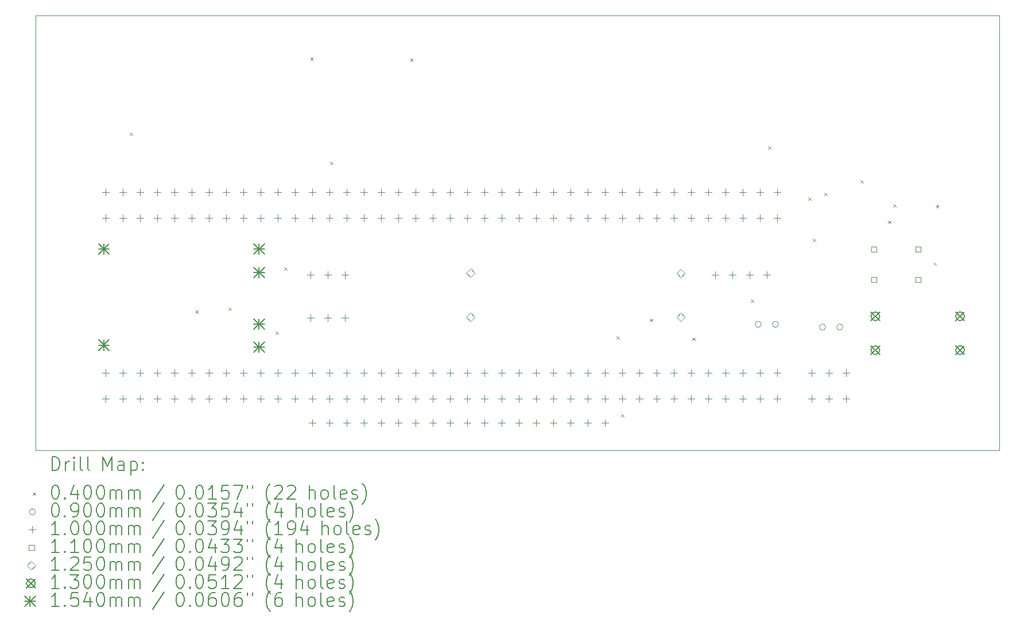
<source format=gbr>
%TF.GenerationSoftware,KiCad,Pcbnew,(7.99.0-200-gad838e3d73)*%
%TF.CreationDate,2024-03-11T18:14:08+07:00*%
%TF.ProjectId,WMS,574d532e-6b69-4636-9164-5f7063625858,rev?*%
%TF.SameCoordinates,Original*%
%TF.FileFunction,Drillmap*%
%TF.FilePolarity,Positive*%
%FSLAX45Y45*%
G04 Gerber Fmt 4.5, Leading zero omitted, Abs format (unit mm)*
G04 Created by KiCad (PCBNEW (7.99.0-200-gad838e3d73)) date 2024-03-11 18:14:08*
%MOMM*%
%LPD*%
G01*
G04 APERTURE LIST*
%ADD10C,0.100000*%
%ADD11C,0.200000*%
%ADD12C,0.040000*%
%ADD13C,0.090000*%
%ADD14C,0.110000*%
%ADD15C,0.125000*%
%ADD16C,0.130000*%
%ADD17C,0.154000*%
G04 APERTURE END LIST*
D10*
X6487160Y-5189220D02*
X20701000Y-5189220D01*
X20701000Y-5189220D02*
X20701000Y-11607800D01*
X20701000Y-11607800D02*
X6487160Y-11607800D01*
X6487160Y-11607800D02*
X6487160Y-5189220D01*
D11*
D12*
X7876860Y-6916740D02*
X7916860Y-6956740D01*
X7916860Y-6916740D02*
X7876860Y-6956740D01*
X8844600Y-9545640D02*
X8884600Y-9585640D01*
X8884600Y-9545640D02*
X8844600Y-9585640D01*
X9329740Y-9505000D02*
X9369740Y-9545000D01*
X9369740Y-9505000D02*
X9329740Y-9545000D01*
X10028240Y-9858060D02*
X10068240Y-9898060D01*
X10068240Y-9858060D02*
X10028240Y-9898060D01*
X10150160Y-8908100D02*
X10190160Y-8948100D01*
X10190160Y-8908100D02*
X10150160Y-8948100D01*
X10538780Y-5811840D02*
X10578780Y-5851840D01*
X10578780Y-5811840D02*
X10538780Y-5851840D01*
X10828340Y-7351080D02*
X10868340Y-7391080D01*
X10868340Y-7351080D02*
X10828340Y-7391080D01*
X12011980Y-5829620D02*
X12051980Y-5869620D01*
X12051980Y-5829620D02*
X12011980Y-5869620D01*
X15052360Y-9926640D02*
X15092360Y-9966640D01*
X15092360Y-9926640D02*
X15052360Y-9966640D01*
X15123480Y-11079800D02*
X15163480Y-11119800D01*
X15163480Y-11079800D02*
X15123480Y-11119800D01*
X15545120Y-9667560D02*
X15585120Y-9707560D01*
X15585120Y-9667560D02*
X15545120Y-9707560D01*
X16175040Y-9946960D02*
X16215040Y-9986960D01*
X16215040Y-9946960D02*
X16175040Y-9986960D01*
X17038640Y-9383080D02*
X17078640Y-9423080D01*
X17078640Y-9383080D02*
X17038640Y-9423080D01*
X17287560Y-7122480D02*
X17327560Y-7162480D01*
X17327560Y-7122480D02*
X17287560Y-7162480D01*
X17881920Y-7876860D02*
X17921920Y-7916860D01*
X17921920Y-7876860D02*
X17881920Y-7916860D01*
X17953040Y-8483920D02*
X17993040Y-8523920D01*
X17993040Y-8483920D02*
X17953040Y-8523920D01*
X18120680Y-7808280D02*
X18160680Y-7848280D01*
X18160680Y-7808280D02*
X18120680Y-7848280D01*
X18654080Y-7620320D02*
X18694080Y-7660320D01*
X18694080Y-7620320D02*
X18654080Y-7660320D01*
X19060480Y-8219760D02*
X19100480Y-8259760D01*
X19100480Y-8219760D02*
X19060480Y-8259760D01*
X19136680Y-7978460D02*
X19176680Y-8018460D01*
X19176680Y-7978460D02*
X19136680Y-8018460D01*
X19733580Y-8836980D02*
X19773580Y-8876980D01*
X19773580Y-8836980D02*
X19733580Y-8876980D01*
X19766600Y-7988620D02*
X19806600Y-8028620D01*
X19806600Y-7988620D02*
X19766600Y-8028620D01*
D13*
X17190000Y-9748520D02*
G75*
G03*
X17190000Y-9748520I-45000J0D01*
G01*
X17444000Y-9748520D02*
G75*
G03*
X17444000Y-9748520I-45000J0D01*
G01*
X18139460Y-9789160D02*
G75*
G03*
X18139460Y-9789160I-45000J0D01*
G01*
X18393460Y-9789160D02*
G75*
G03*
X18393460Y-9789160I-45000J0D01*
G01*
D10*
X7518400Y-7747800D02*
X7518400Y-7847800D01*
X7468400Y-7797800D02*
X7568400Y-7797800D01*
X7518400Y-8128800D02*
X7518400Y-8228800D01*
X7468400Y-8178800D02*
X7568400Y-8178800D01*
X7518400Y-10414800D02*
X7518400Y-10514800D01*
X7468400Y-10464800D02*
X7568400Y-10464800D01*
X7518400Y-10795800D02*
X7518400Y-10895800D01*
X7468400Y-10845800D02*
X7568400Y-10845800D01*
X7772400Y-7747800D02*
X7772400Y-7847800D01*
X7722400Y-7797800D02*
X7822400Y-7797800D01*
X7772400Y-8128800D02*
X7772400Y-8228800D01*
X7722400Y-8178800D02*
X7822400Y-8178800D01*
X7772400Y-10414800D02*
X7772400Y-10514800D01*
X7722400Y-10464800D02*
X7822400Y-10464800D01*
X7772400Y-10795800D02*
X7772400Y-10895800D01*
X7722400Y-10845800D02*
X7822400Y-10845800D01*
X8026400Y-7747800D02*
X8026400Y-7847800D01*
X7976400Y-7797800D02*
X8076400Y-7797800D01*
X8026400Y-8128800D02*
X8026400Y-8228800D01*
X7976400Y-8178800D02*
X8076400Y-8178800D01*
X8026400Y-10414800D02*
X8026400Y-10514800D01*
X7976400Y-10464800D02*
X8076400Y-10464800D01*
X8026400Y-10795800D02*
X8026400Y-10895800D01*
X7976400Y-10845800D02*
X8076400Y-10845800D01*
X8280400Y-7747800D02*
X8280400Y-7847800D01*
X8230400Y-7797800D02*
X8330400Y-7797800D01*
X8280400Y-8128800D02*
X8280400Y-8228800D01*
X8230400Y-8178800D02*
X8330400Y-8178800D01*
X8280400Y-10414800D02*
X8280400Y-10514800D01*
X8230400Y-10464800D02*
X8330400Y-10464800D01*
X8280400Y-10795800D02*
X8280400Y-10895800D01*
X8230400Y-10845800D02*
X8330400Y-10845800D01*
X8534400Y-7747800D02*
X8534400Y-7847800D01*
X8484400Y-7797800D02*
X8584400Y-7797800D01*
X8534400Y-8128800D02*
X8534400Y-8228800D01*
X8484400Y-8178800D02*
X8584400Y-8178800D01*
X8534400Y-10414800D02*
X8534400Y-10514800D01*
X8484400Y-10464800D02*
X8584400Y-10464800D01*
X8534400Y-10795800D02*
X8534400Y-10895800D01*
X8484400Y-10845800D02*
X8584400Y-10845800D01*
X8788400Y-7747800D02*
X8788400Y-7847800D01*
X8738400Y-7797800D02*
X8838400Y-7797800D01*
X8788400Y-8128800D02*
X8788400Y-8228800D01*
X8738400Y-8178800D02*
X8838400Y-8178800D01*
X8788400Y-10414800D02*
X8788400Y-10514800D01*
X8738400Y-10464800D02*
X8838400Y-10464800D01*
X8788400Y-10795800D02*
X8788400Y-10895800D01*
X8738400Y-10845800D02*
X8838400Y-10845800D01*
X9042400Y-7747800D02*
X9042400Y-7847800D01*
X8992400Y-7797800D02*
X9092400Y-7797800D01*
X9042400Y-8128800D02*
X9042400Y-8228800D01*
X8992400Y-8178800D02*
X9092400Y-8178800D01*
X9042400Y-10414800D02*
X9042400Y-10514800D01*
X8992400Y-10464800D02*
X9092400Y-10464800D01*
X9042400Y-10795800D02*
X9042400Y-10895800D01*
X8992400Y-10845800D02*
X9092400Y-10845800D01*
X9296400Y-7747800D02*
X9296400Y-7847800D01*
X9246400Y-7797800D02*
X9346400Y-7797800D01*
X9296400Y-8128800D02*
X9296400Y-8228800D01*
X9246400Y-8178800D02*
X9346400Y-8178800D01*
X9296400Y-10414800D02*
X9296400Y-10514800D01*
X9246400Y-10464800D02*
X9346400Y-10464800D01*
X9296400Y-10795800D02*
X9296400Y-10895800D01*
X9246400Y-10845800D02*
X9346400Y-10845800D01*
X9550400Y-7747800D02*
X9550400Y-7847800D01*
X9500400Y-7797800D02*
X9600400Y-7797800D01*
X9550400Y-8128800D02*
X9550400Y-8228800D01*
X9500400Y-8178800D02*
X9600400Y-8178800D01*
X9550400Y-10414800D02*
X9550400Y-10514800D01*
X9500400Y-10464800D02*
X9600400Y-10464800D01*
X9550400Y-10795800D02*
X9550400Y-10895800D01*
X9500400Y-10845800D02*
X9600400Y-10845800D01*
X9804400Y-7747800D02*
X9804400Y-7847800D01*
X9754400Y-7797800D02*
X9854400Y-7797800D01*
X9804400Y-8128800D02*
X9804400Y-8228800D01*
X9754400Y-8178800D02*
X9854400Y-8178800D01*
X9804400Y-10414800D02*
X9804400Y-10514800D01*
X9754400Y-10464800D02*
X9854400Y-10464800D01*
X9804400Y-10795800D02*
X9804400Y-10895800D01*
X9754400Y-10845800D02*
X9854400Y-10845800D01*
X10058400Y-7747800D02*
X10058400Y-7847800D01*
X10008400Y-7797800D02*
X10108400Y-7797800D01*
X10058400Y-8128800D02*
X10058400Y-8228800D01*
X10008400Y-8178800D02*
X10108400Y-8178800D01*
X10058400Y-10414800D02*
X10058400Y-10514800D01*
X10008400Y-10464800D02*
X10108400Y-10464800D01*
X10058400Y-10795800D02*
X10058400Y-10895800D01*
X10008400Y-10845800D02*
X10108400Y-10845800D01*
X10312400Y-7747800D02*
X10312400Y-7847800D01*
X10262400Y-7797800D02*
X10362400Y-7797800D01*
X10312400Y-8128800D02*
X10312400Y-8228800D01*
X10262400Y-8178800D02*
X10362400Y-8178800D01*
X10312400Y-10414800D02*
X10312400Y-10514800D01*
X10262400Y-10464800D02*
X10362400Y-10464800D01*
X10312400Y-10795800D02*
X10312400Y-10895800D01*
X10262400Y-10845800D02*
X10362400Y-10845800D01*
X10541000Y-8967000D02*
X10541000Y-9067000D01*
X10491000Y-9017000D02*
X10591000Y-9017000D01*
X10541000Y-9602000D02*
X10541000Y-9702000D01*
X10491000Y-9652000D02*
X10591000Y-9652000D01*
X10566400Y-7747800D02*
X10566400Y-7847800D01*
X10516400Y-7797800D02*
X10616400Y-7797800D01*
X10566400Y-8128800D02*
X10566400Y-8228800D01*
X10516400Y-8178800D02*
X10616400Y-8178800D01*
X10566400Y-10414800D02*
X10566400Y-10514800D01*
X10516400Y-10464800D02*
X10616400Y-10464800D01*
X10566400Y-10795800D02*
X10566400Y-10895800D01*
X10516400Y-10845800D02*
X10616400Y-10845800D01*
X10566400Y-11151400D02*
X10566400Y-11251400D01*
X10516400Y-11201400D02*
X10616400Y-11201400D01*
X10795000Y-8967000D02*
X10795000Y-9067000D01*
X10745000Y-9017000D02*
X10845000Y-9017000D01*
X10795000Y-9602000D02*
X10795000Y-9702000D01*
X10745000Y-9652000D02*
X10845000Y-9652000D01*
X10820400Y-7747800D02*
X10820400Y-7847800D01*
X10770400Y-7797800D02*
X10870400Y-7797800D01*
X10820400Y-8128800D02*
X10820400Y-8228800D01*
X10770400Y-8178800D02*
X10870400Y-8178800D01*
X10820400Y-10414800D02*
X10820400Y-10514800D01*
X10770400Y-10464800D02*
X10870400Y-10464800D01*
X10820400Y-10795800D02*
X10820400Y-10895800D01*
X10770400Y-10845800D02*
X10870400Y-10845800D01*
X10820400Y-11151400D02*
X10820400Y-11251400D01*
X10770400Y-11201400D02*
X10870400Y-11201400D01*
X11049000Y-8967000D02*
X11049000Y-9067000D01*
X10999000Y-9017000D02*
X11099000Y-9017000D01*
X11049000Y-9602000D02*
X11049000Y-9702000D01*
X10999000Y-9652000D02*
X11099000Y-9652000D01*
X11074400Y-7747800D02*
X11074400Y-7847800D01*
X11024400Y-7797800D02*
X11124400Y-7797800D01*
X11074400Y-8128800D02*
X11074400Y-8228800D01*
X11024400Y-8178800D02*
X11124400Y-8178800D01*
X11074400Y-10414800D02*
X11074400Y-10514800D01*
X11024400Y-10464800D02*
X11124400Y-10464800D01*
X11074400Y-10795800D02*
X11074400Y-10895800D01*
X11024400Y-10845800D02*
X11124400Y-10845800D01*
X11074400Y-11151400D02*
X11074400Y-11251400D01*
X11024400Y-11201400D02*
X11124400Y-11201400D01*
X11328400Y-7747800D02*
X11328400Y-7847800D01*
X11278400Y-7797800D02*
X11378400Y-7797800D01*
X11328400Y-8128800D02*
X11328400Y-8228800D01*
X11278400Y-8178800D02*
X11378400Y-8178800D01*
X11328400Y-10414800D02*
X11328400Y-10514800D01*
X11278400Y-10464800D02*
X11378400Y-10464800D01*
X11328400Y-10795800D02*
X11328400Y-10895800D01*
X11278400Y-10845800D02*
X11378400Y-10845800D01*
X11328400Y-11151400D02*
X11328400Y-11251400D01*
X11278400Y-11201400D02*
X11378400Y-11201400D01*
X11582400Y-7747800D02*
X11582400Y-7847800D01*
X11532400Y-7797800D02*
X11632400Y-7797800D01*
X11582400Y-8128800D02*
X11582400Y-8228800D01*
X11532400Y-8178800D02*
X11632400Y-8178800D01*
X11582400Y-10414800D02*
X11582400Y-10514800D01*
X11532400Y-10464800D02*
X11632400Y-10464800D01*
X11582400Y-10795800D02*
X11582400Y-10895800D01*
X11532400Y-10845800D02*
X11632400Y-10845800D01*
X11582400Y-11151400D02*
X11582400Y-11251400D01*
X11532400Y-11201400D02*
X11632400Y-11201400D01*
X11836400Y-7747800D02*
X11836400Y-7847800D01*
X11786400Y-7797800D02*
X11886400Y-7797800D01*
X11836400Y-8128800D02*
X11836400Y-8228800D01*
X11786400Y-8178800D02*
X11886400Y-8178800D01*
X11836400Y-10414800D02*
X11836400Y-10514800D01*
X11786400Y-10464800D02*
X11886400Y-10464800D01*
X11836400Y-10795800D02*
X11836400Y-10895800D01*
X11786400Y-10845800D02*
X11886400Y-10845800D01*
X11836400Y-11151400D02*
X11836400Y-11251400D01*
X11786400Y-11201400D02*
X11886400Y-11201400D01*
X12090400Y-7747800D02*
X12090400Y-7847800D01*
X12040400Y-7797800D02*
X12140400Y-7797800D01*
X12090400Y-8128800D02*
X12090400Y-8228800D01*
X12040400Y-8178800D02*
X12140400Y-8178800D01*
X12090400Y-10414800D02*
X12090400Y-10514800D01*
X12040400Y-10464800D02*
X12140400Y-10464800D01*
X12090400Y-10795800D02*
X12090400Y-10895800D01*
X12040400Y-10845800D02*
X12140400Y-10845800D01*
X12090400Y-11151400D02*
X12090400Y-11251400D01*
X12040400Y-11201400D02*
X12140400Y-11201400D01*
X12344400Y-7747800D02*
X12344400Y-7847800D01*
X12294400Y-7797800D02*
X12394400Y-7797800D01*
X12344400Y-8128800D02*
X12344400Y-8228800D01*
X12294400Y-8178800D02*
X12394400Y-8178800D01*
X12344400Y-10414800D02*
X12344400Y-10514800D01*
X12294400Y-10464800D02*
X12394400Y-10464800D01*
X12344400Y-10795800D02*
X12344400Y-10895800D01*
X12294400Y-10845800D02*
X12394400Y-10845800D01*
X12344400Y-11151400D02*
X12344400Y-11251400D01*
X12294400Y-11201400D02*
X12394400Y-11201400D01*
X12598400Y-7747800D02*
X12598400Y-7847800D01*
X12548400Y-7797800D02*
X12648400Y-7797800D01*
X12598400Y-8128800D02*
X12598400Y-8228800D01*
X12548400Y-8178800D02*
X12648400Y-8178800D01*
X12598400Y-10414800D02*
X12598400Y-10514800D01*
X12548400Y-10464800D02*
X12648400Y-10464800D01*
X12598400Y-10795800D02*
X12598400Y-10895800D01*
X12548400Y-10845800D02*
X12648400Y-10845800D01*
X12598400Y-11151400D02*
X12598400Y-11251400D01*
X12548400Y-11201400D02*
X12648400Y-11201400D01*
X12852400Y-7747800D02*
X12852400Y-7847800D01*
X12802400Y-7797800D02*
X12902400Y-7797800D01*
X12852400Y-8128800D02*
X12852400Y-8228800D01*
X12802400Y-8178800D02*
X12902400Y-8178800D01*
X12852400Y-10414800D02*
X12852400Y-10514800D01*
X12802400Y-10464800D02*
X12902400Y-10464800D01*
X12852400Y-10795800D02*
X12852400Y-10895800D01*
X12802400Y-10845800D02*
X12902400Y-10845800D01*
X12852400Y-11151400D02*
X12852400Y-11251400D01*
X12802400Y-11201400D02*
X12902400Y-11201400D01*
X13106400Y-7747800D02*
X13106400Y-7847800D01*
X13056400Y-7797800D02*
X13156400Y-7797800D01*
X13106400Y-8128800D02*
X13106400Y-8228800D01*
X13056400Y-8178800D02*
X13156400Y-8178800D01*
X13106400Y-10414800D02*
X13106400Y-10514800D01*
X13056400Y-10464800D02*
X13156400Y-10464800D01*
X13106400Y-10795800D02*
X13106400Y-10895800D01*
X13056400Y-10845800D02*
X13156400Y-10845800D01*
X13106400Y-11151400D02*
X13106400Y-11251400D01*
X13056400Y-11201400D02*
X13156400Y-11201400D01*
X13360400Y-7747800D02*
X13360400Y-7847800D01*
X13310400Y-7797800D02*
X13410400Y-7797800D01*
X13360400Y-8128800D02*
X13360400Y-8228800D01*
X13310400Y-8178800D02*
X13410400Y-8178800D01*
X13360400Y-10414800D02*
X13360400Y-10514800D01*
X13310400Y-10464800D02*
X13410400Y-10464800D01*
X13360400Y-10795800D02*
X13360400Y-10895800D01*
X13310400Y-10845800D02*
X13410400Y-10845800D01*
X13360400Y-11151400D02*
X13360400Y-11251400D01*
X13310400Y-11201400D02*
X13410400Y-11201400D01*
X13614400Y-7747800D02*
X13614400Y-7847800D01*
X13564400Y-7797800D02*
X13664400Y-7797800D01*
X13614400Y-8128800D02*
X13614400Y-8228800D01*
X13564400Y-8178800D02*
X13664400Y-8178800D01*
X13614400Y-10414800D02*
X13614400Y-10514800D01*
X13564400Y-10464800D02*
X13664400Y-10464800D01*
X13614400Y-10795800D02*
X13614400Y-10895800D01*
X13564400Y-10845800D02*
X13664400Y-10845800D01*
X13614400Y-11151400D02*
X13614400Y-11251400D01*
X13564400Y-11201400D02*
X13664400Y-11201400D01*
X13868400Y-7747800D02*
X13868400Y-7847800D01*
X13818400Y-7797800D02*
X13918400Y-7797800D01*
X13868400Y-8128800D02*
X13868400Y-8228800D01*
X13818400Y-8178800D02*
X13918400Y-8178800D01*
X13868400Y-10414800D02*
X13868400Y-10514800D01*
X13818400Y-10464800D02*
X13918400Y-10464800D01*
X13868400Y-10795800D02*
X13868400Y-10895800D01*
X13818400Y-10845800D02*
X13918400Y-10845800D01*
X13868400Y-11151400D02*
X13868400Y-11251400D01*
X13818400Y-11201400D02*
X13918400Y-11201400D01*
X14122400Y-7747800D02*
X14122400Y-7847800D01*
X14072400Y-7797800D02*
X14172400Y-7797800D01*
X14122400Y-8128800D02*
X14122400Y-8228800D01*
X14072400Y-8178800D02*
X14172400Y-8178800D01*
X14122400Y-10414800D02*
X14122400Y-10514800D01*
X14072400Y-10464800D02*
X14172400Y-10464800D01*
X14122400Y-10795800D02*
X14122400Y-10895800D01*
X14072400Y-10845800D02*
X14172400Y-10845800D01*
X14122400Y-11151400D02*
X14122400Y-11251400D01*
X14072400Y-11201400D02*
X14172400Y-11201400D01*
X14376400Y-7747800D02*
X14376400Y-7847800D01*
X14326400Y-7797800D02*
X14426400Y-7797800D01*
X14376400Y-8128800D02*
X14376400Y-8228800D01*
X14326400Y-8178800D02*
X14426400Y-8178800D01*
X14376400Y-10414800D02*
X14376400Y-10514800D01*
X14326400Y-10464800D02*
X14426400Y-10464800D01*
X14376400Y-10795800D02*
X14376400Y-10895800D01*
X14326400Y-10845800D02*
X14426400Y-10845800D01*
X14376400Y-11151400D02*
X14376400Y-11251400D01*
X14326400Y-11201400D02*
X14426400Y-11201400D01*
X14630400Y-7747800D02*
X14630400Y-7847800D01*
X14580400Y-7797800D02*
X14680400Y-7797800D01*
X14630400Y-8128800D02*
X14630400Y-8228800D01*
X14580400Y-8178800D02*
X14680400Y-8178800D01*
X14630400Y-10414800D02*
X14630400Y-10514800D01*
X14580400Y-10464800D02*
X14680400Y-10464800D01*
X14630400Y-10795800D02*
X14630400Y-10895800D01*
X14580400Y-10845800D02*
X14680400Y-10845800D01*
X14630400Y-11151400D02*
X14630400Y-11251400D01*
X14580400Y-11201400D02*
X14680400Y-11201400D01*
X14884400Y-7747800D02*
X14884400Y-7847800D01*
X14834400Y-7797800D02*
X14934400Y-7797800D01*
X14884400Y-8128800D02*
X14884400Y-8228800D01*
X14834400Y-8178800D02*
X14934400Y-8178800D01*
X14884400Y-10414800D02*
X14884400Y-10514800D01*
X14834400Y-10464800D02*
X14934400Y-10464800D01*
X14884400Y-10795800D02*
X14884400Y-10895800D01*
X14834400Y-10845800D02*
X14934400Y-10845800D01*
X14884400Y-11151400D02*
X14884400Y-11251400D01*
X14834400Y-11201400D02*
X14934400Y-11201400D01*
X15138400Y-7747800D02*
X15138400Y-7847800D01*
X15088400Y-7797800D02*
X15188400Y-7797800D01*
X15138400Y-8128800D02*
X15138400Y-8228800D01*
X15088400Y-8178800D02*
X15188400Y-8178800D01*
X15138400Y-10414800D02*
X15138400Y-10514800D01*
X15088400Y-10464800D02*
X15188400Y-10464800D01*
X15138400Y-10795800D02*
X15138400Y-10895800D01*
X15088400Y-10845800D02*
X15188400Y-10845800D01*
X15392400Y-7747800D02*
X15392400Y-7847800D01*
X15342400Y-7797800D02*
X15442400Y-7797800D01*
X15392400Y-8128800D02*
X15392400Y-8228800D01*
X15342400Y-8178800D02*
X15442400Y-8178800D01*
X15392400Y-10414800D02*
X15392400Y-10514800D01*
X15342400Y-10464800D02*
X15442400Y-10464800D01*
X15392400Y-10795800D02*
X15392400Y-10895800D01*
X15342400Y-10845800D02*
X15442400Y-10845800D01*
X15646400Y-7747800D02*
X15646400Y-7847800D01*
X15596400Y-7797800D02*
X15696400Y-7797800D01*
X15646400Y-8128800D02*
X15646400Y-8228800D01*
X15596400Y-8178800D02*
X15696400Y-8178800D01*
X15646400Y-10414800D02*
X15646400Y-10514800D01*
X15596400Y-10464800D02*
X15696400Y-10464800D01*
X15646400Y-10795800D02*
X15646400Y-10895800D01*
X15596400Y-10845800D02*
X15696400Y-10845800D01*
X15900400Y-7747800D02*
X15900400Y-7847800D01*
X15850400Y-7797800D02*
X15950400Y-7797800D01*
X15900400Y-8128800D02*
X15900400Y-8228800D01*
X15850400Y-8178800D02*
X15950400Y-8178800D01*
X15900400Y-10414800D02*
X15900400Y-10514800D01*
X15850400Y-10464800D02*
X15950400Y-10464800D01*
X15900400Y-10795800D02*
X15900400Y-10895800D01*
X15850400Y-10845800D02*
X15950400Y-10845800D01*
X16154400Y-7747800D02*
X16154400Y-7847800D01*
X16104400Y-7797800D02*
X16204400Y-7797800D01*
X16154400Y-8128800D02*
X16154400Y-8228800D01*
X16104400Y-8178800D02*
X16204400Y-8178800D01*
X16154400Y-10414800D02*
X16154400Y-10514800D01*
X16104400Y-10464800D02*
X16204400Y-10464800D01*
X16154400Y-10795800D02*
X16154400Y-10895800D01*
X16104400Y-10845800D02*
X16204400Y-10845800D01*
X16408400Y-7747800D02*
X16408400Y-7847800D01*
X16358400Y-7797800D02*
X16458400Y-7797800D01*
X16408400Y-8128800D02*
X16408400Y-8228800D01*
X16358400Y-8178800D02*
X16458400Y-8178800D01*
X16408400Y-10414800D02*
X16408400Y-10514800D01*
X16358400Y-10464800D02*
X16458400Y-10464800D01*
X16408400Y-10795800D02*
X16408400Y-10895800D01*
X16358400Y-10845800D02*
X16458400Y-10845800D01*
X16510000Y-8967000D02*
X16510000Y-9067000D01*
X16460000Y-9017000D02*
X16560000Y-9017000D01*
X16662400Y-7747800D02*
X16662400Y-7847800D01*
X16612400Y-7797800D02*
X16712400Y-7797800D01*
X16662400Y-8128800D02*
X16662400Y-8228800D01*
X16612400Y-8178800D02*
X16712400Y-8178800D01*
X16662400Y-10414800D02*
X16662400Y-10514800D01*
X16612400Y-10464800D02*
X16712400Y-10464800D01*
X16662400Y-10795800D02*
X16662400Y-10895800D01*
X16612400Y-10845800D02*
X16712400Y-10845800D01*
X16764000Y-8967000D02*
X16764000Y-9067000D01*
X16714000Y-9017000D02*
X16814000Y-9017000D01*
X16916400Y-7747800D02*
X16916400Y-7847800D01*
X16866400Y-7797800D02*
X16966400Y-7797800D01*
X16916400Y-8128800D02*
X16916400Y-8228800D01*
X16866400Y-8178800D02*
X16966400Y-8178800D01*
X16916400Y-10414800D02*
X16916400Y-10514800D01*
X16866400Y-10464800D02*
X16966400Y-10464800D01*
X16916400Y-10795800D02*
X16916400Y-10895800D01*
X16866400Y-10845800D02*
X16966400Y-10845800D01*
X17018000Y-8967000D02*
X17018000Y-9067000D01*
X16968000Y-9017000D02*
X17068000Y-9017000D01*
X17170400Y-7747800D02*
X17170400Y-7847800D01*
X17120400Y-7797800D02*
X17220400Y-7797800D01*
X17170400Y-8128800D02*
X17170400Y-8228800D01*
X17120400Y-8178800D02*
X17220400Y-8178800D01*
X17170400Y-10414800D02*
X17170400Y-10514800D01*
X17120400Y-10464800D02*
X17220400Y-10464800D01*
X17170400Y-10795800D02*
X17170400Y-10895800D01*
X17120400Y-10845800D02*
X17220400Y-10845800D01*
X17272000Y-8967000D02*
X17272000Y-9067000D01*
X17222000Y-9017000D02*
X17322000Y-9017000D01*
X17424400Y-7747800D02*
X17424400Y-7847800D01*
X17374400Y-7797800D02*
X17474400Y-7797800D01*
X17424400Y-8128800D02*
X17424400Y-8228800D01*
X17374400Y-8178800D02*
X17474400Y-8178800D01*
X17424400Y-10414800D02*
X17424400Y-10514800D01*
X17374400Y-10464800D02*
X17474400Y-10464800D01*
X17424400Y-10795800D02*
X17424400Y-10895800D01*
X17374400Y-10845800D02*
X17474400Y-10845800D01*
X17932400Y-10414800D02*
X17932400Y-10514800D01*
X17882400Y-10464800D02*
X17982400Y-10464800D01*
X17932400Y-10795800D02*
X17932400Y-10895800D01*
X17882400Y-10845800D02*
X17982400Y-10845800D01*
X18186400Y-10414800D02*
X18186400Y-10514800D01*
X18136400Y-10464800D02*
X18236400Y-10464800D01*
X18186400Y-10795800D02*
X18186400Y-10895800D01*
X18136400Y-10845800D02*
X18236400Y-10845800D01*
X18440400Y-10414800D02*
X18440400Y-10514800D01*
X18390400Y-10464800D02*
X18490400Y-10464800D01*
X18440400Y-10795800D02*
X18440400Y-10895800D01*
X18390400Y-10845800D02*
X18490400Y-10845800D01*
D14*
X18890891Y-8678491D02*
X18890891Y-8600709D01*
X18813109Y-8600709D01*
X18813109Y-8678491D01*
X18890891Y-8678491D01*
X18890891Y-9128491D02*
X18890891Y-9050709D01*
X18813109Y-9050709D01*
X18813109Y-9128491D01*
X18890891Y-9128491D01*
X19540891Y-8678491D02*
X19540891Y-8600709D01*
X19463109Y-8600709D01*
X19463109Y-8678491D01*
X19540891Y-8678491D01*
X19540891Y-9128491D02*
X19540891Y-9050709D01*
X19463109Y-9050709D01*
X19463109Y-9128491D01*
X19540891Y-9128491D01*
D15*
X12902000Y-9054100D02*
X12964500Y-8991600D01*
X12902000Y-8929100D01*
X12839500Y-8991600D01*
X12902000Y-9054100D01*
X12902000Y-9704100D02*
X12964500Y-9641600D01*
X12902000Y-9579100D01*
X12839500Y-9641600D01*
X12902000Y-9704100D01*
X16002000Y-9059100D02*
X16064500Y-8996600D01*
X16002000Y-8934100D01*
X15939500Y-8996600D01*
X16002000Y-9059100D01*
X16002000Y-9704100D02*
X16064500Y-9641600D01*
X16002000Y-9579100D01*
X15939500Y-9641600D01*
X16002000Y-9704100D01*
D16*
X18807200Y-9565600D02*
X18937200Y-9695600D01*
X18937200Y-9565600D02*
X18807200Y-9695600D01*
X18937200Y-9630600D02*
G75*
G03*
X18937200Y-9630600I-65000J0D01*
G01*
X18807200Y-10065600D02*
X18937200Y-10195600D01*
X18937200Y-10065600D02*
X18807200Y-10195600D01*
X18937200Y-10130600D02*
G75*
G03*
X18937200Y-10130600I-65000J0D01*
G01*
X20057200Y-9565600D02*
X20187200Y-9695600D01*
X20187200Y-9565600D02*
X20057200Y-9695600D01*
X20187200Y-9630600D02*
G75*
G03*
X20187200Y-9630600I-65000J0D01*
G01*
X20057200Y-10065600D02*
X20187200Y-10195600D01*
X20187200Y-10065600D02*
X20057200Y-10195600D01*
X20187200Y-10130600D02*
G75*
G03*
X20187200Y-10130600I-65000J0D01*
G01*
D17*
X7416000Y-8559000D02*
X7570000Y-8713000D01*
X7570000Y-8559000D02*
X7416000Y-8713000D01*
X7493000Y-8559000D02*
X7493000Y-8713000D01*
X7416000Y-8636000D02*
X7570000Y-8636000D01*
X7416000Y-9979000D02*
X7570000Y-10133000D01*
X7570000Y-9979000D02*
X7416000Y-10133000D01*
X7493000Y-9979000D02*
X7493000Y-10133000D01*
X7416000Y-10056000D02*
X7570000Y-10056000D01*
X9706000Y-8559000D02*
X9860000Y-8713000D01*
X9860000Y-8559000D02*
X9706000Y-8713000D01*
X9783000Y-8559000D02*
X9783000Y-8713000D01*
X9706000Y-8636000D02*
X9860000Y-8636000D01*
X9706000Y-8909000D02*
X9860000Y-9063000D01*
X9860000Y-8909000D02*
X9706000Y-9063000D01*
X9783000Y-8909000D02*
X9783000Y-9063000D01*
X9706000Y-8986000D02*
X9860000Y-8986000D01*
X9706000Y-9669000D02*
X9860000Y-9823000D01*
X9860000Y-9669000D02*
X9706000Y-9823000D01*
X9783000Y-9669000D02*
X9783000Y-9823000D01*
X9706000Y-9746000D02*
X9860000Y-9746000D01*
X9706000Y-10009000D02*
X9860000Y-10163000D01*
X9860000Y-10009000D02*
X9706000Y-10163000D01*
X9783000Y-10009000D02*
X9783000Y-10163000D01*
X9706000Y-10086000D02*
X9860000Y-10086000D01*
D11*
X6729779Y-11906276D02*
X6729779Y-11706276D01*
X6729779Y-11706276D02*
X6777398Y-11706276D01*
X6777398Y-11706276D02*
X6805969Y-11715800D01*
X6805969Y-11715800D02*
X6825017Y-11734848D01*
X6825017Y-11734848D02*
X6834541Y-11753895D01*
X6834541Y-11753895D02*
X6844065Y-11791990D01*
X6844065Y-11791990D02*
X6844065Y-11820562D01*
X6844065Y-11820562D02*
X6834541Y-11858657D01*
X6834541Y-11858657D02*
X6825017Y-11877705D01*
X6825017Y-11877705D02*
X6805969Y-11896752D01*
X6805969Y-11896752D02*
X6777398Y-11906276D01*
X6777398Y-11906276D02*
X6729779Y-11906276D01*
X6929779Y-11906276D02*
X6929779Y-11772943D01*
X6929779Y-11811038D02*
X6939303Y-11791990D01*
X6939303Y-11791990D02*
X6948827Y-11782467D01*
X6948827Y-11782467D02*
X6967874Y-11772943D01*
X6967874Y-11772943D02*
X6986922Y-11772943D01*
X7053588Y-11906276D02*
X7053588Y-11772943D01*
X7053588Y-11706276D02*
X7044065Y-11715800D01*
X7044065Y-11715800D02*
X7053588Y-11725324D01*
X7053588Y-11725324D02*
X7063112Y-11715800D01*
X7063112Y-11715800D02*
X7053588Y-11706276D01*
X7053588Y-11706276D02*
X7053588Y-11725324D01*
X7177398Y-11906276D02*
X7158350Y-11896752D01*
X7158350Y-11896752D02*
X7148827Y-11877705D01*
X7148827Y-11877705D02*
X7148827Y-11706276D01*
X7282160Y-11906276D02*
X7263112Y-11896752D01*
X7263112Y-11896752D02*
X7253588Y-11877705D01*
X7253588Y-11877705D02*
X7253588Y-11706276D01*
X7478350Y-11906276D02*
X7478350Y-11706276D01*
X7478350Y-11706276D02*
X7545017Y-11849133D01*
X7545017Y-11849133D02*
X7611684Y-11706276D01*
X7611684Y-11706276D02*
X7611684Y-11906276D01*
X7792636Y-11906276D02*
X7792636Y-11801514D01*
X7792636Y-11801514D02*
X7783112Y-11782467D01*
X7783112Y-11782467D02*
X7764065Y-11772943D01*
X7764065Y-11772943D02*
X7725969Y-11772943D01*
X7725969Y-11772943D02*
X7706922Y-11782467D01*
X7792636Y-11896752D02*
X7773588Y-11906276D01*
X7773588Y-11906276D02*
X7725969Y-11906276D01*
X7725969Y-11906276D02*
X7706922Y-11896752D01*
X7706922Y-11896752D02*
X7697398Y-11877705D01*
X7697398Y-11877705D02*
X7697398Y-11858657D01*
X7697398Y-11858657D02*
X7706922Y-11839609D01*
X7706922Y-11839609D02*
X7725969Y-11830086D01*
X7725969Y-11830086D02*
X7773588Y-11830086D01*
X7773588Y-11830086D02*
X7792636Y-11820562D01*
X7887874Y-11772943D02*
X7887874Y-11972943D01*
X7887874Y-11782467D02*
X7906922Y-11772943D01*
X7906922Y-11772943D02*
X7945017Y-11772943D01*
X7945017Y-11772943D02*
X7964065Y-11782467D01*
X7964065Y-11782467D02*
X7973588Y-11791990D01*
X7973588Y-11791990D02*
X7983112Y-11811038D01*
X7983112Y-11811038D02*
X7983112Y-11868181D01*
X7983112Y-11868181D02*
X7973588Y-11887228D01*
X7973588Y-11887228D02*
X7964065Y-11896752D01*
X7964065Y-11896752D02*
X7945017Y-11906276D01*
X7945017Y-11906276D02*
X7906922Y-11906276D01*
X7906922Y-11906276D02*
X7887874Y-11896752D01*
X8068827Y-11887228D02*
X8078350Y-11896752D01*
X8078350Y-11896752D02*
X8068827Y-11906276D01*
X8068827Y-11906276D02*
X8059303Y-11896752D01*
X8059303Y-11896752D02*
X8068827Y-11887228D01*
X8068827Y-11887228D02*
X8068827Y-11906276D01*
X8068827Y-11782467D02*
X8078350Y-11791990D01*
X8078350Y-11791990D02*
X8068827Y-11801514D01*
X8068827Y-11801514D02*
X8059303Y-11791990D01*
X8059303Y-11791990D02*
X8068827Y-11782467D01*
X8068827Y-11782467D02*
X8068827Y-11801514D01*
D12*
X6442160Y-12232800D02*
X6482160Y-12272800D01*
X6482160Y-12232800D02*
X6442160Y-12272800D01*
D11*
X6767874Y-12126276D02*
X6786922Y-12126276D01*
X6786922Y-12126276D02*
X6805969Y-12135800D01*
X6805969Y-12135800D02*
X6815493Y-12145324D01*
X6815493Y-12145324D02*
X6825017Y-12164371D01*
X6825017Y-12164371D02*
X6834541Y-12202467D01*
X6834541Y-12202467D02*
X6834541Y-12250086D01*
X6834541Y-12250086D02*
X6825017Y-12288181D01*
X6825017Y-12288181D02*
X6815493Y-12307228D01*
X6815493Y-12307228D02*
X6805969Y-12316752D01*
X6805969Y-12316752D02*
X6786922Y-12326276D01*
X6786922Y-12326276D02*
X6767874Y-12326276D01*
X6767874Y-12326276D02*
X6748827Y-12316752D01*
X6748827Y-12316752D02*
X6739303Y-12307228D01*
X6739303Y-12307228D02*
X6729779Y-12288181D01*
X6729779Y-12288181D02*
X6720255Y-12250086D01*
X6720255Y-12250086D02*
X6720255Y-12202467D01*
X6720255Y-12202467D02*
X6729779Y-12164371D01*
X6729779Y-12164371D02*
X6739303Y-12145324D01*
X6739303Y-12145324D02*
X6748827Y-12135800D01*
X6748827Y-12135800D02*
X6767874Y-12126276D01*
X6920255Y-12307228D02*
X6929779Y-12316752D01*
X6929779Y-12316752D02*
X6920255Y-12326276D01*
X6920255Y-12326276D02*
X6910731Y-12316752D01*
X6910731Y-12316752D02*
X6920255Y-12307228D01*
X6920255Y-12307228D02*
X6920255Y-12326276D01*
X7101208Y-12192943D02*
X7101208Y-12326276D01*
X7053588Y-12116752D02*
X7005969Y-12259609D01*
X7005969Y-12259609D02*
X7129779Y-12259609D01*
X7244065Y-12126276D02*
X7263112Y-12126276D01*
X7263112Y-12126276D02*
X7282160Y-12135800D01*
X7282160Y-12135800D02*
X7291684Y-12145324D01*
X7291684Y-12145324D02*
X7301208Y-12164371D01*
X7301208Y-12164371D02*
X7310731Y-12202467D01*
X7310731Y-12202467D02*
X7310731Y-12250086D01*
X7310731Y-12250086D02*
X7301208Y-12288181D01*
X7301208Y-12288181D02*
X7291684Y-12307228D01*
X7291684Y-12307228D02*
X7282160Y-12316752D01*
X7282160Y-12316752D02*
X7263112Y-12326276D01*
X7263112Y-12326276D02*
X7244065Y-12326276D01*
X7244065Y-12326276D02*
X7225017Y-12316752D01*
X7225017Y-12316752D02*
X7215493Y-12307228D01*
X7215493Y-12307228D02*
X7205969Y-12288181D01*
X7205969Y-12288181D02*
X7196446Y-12250086D01*
X7196446Y-12250086D02*
X7196446Y-12202467D01*
X7196446Y-12202467D02*
X7205969Y-12164371D01*
X7205969Y-12164371D02*
X7215493Y-12145324D01*
X7215493Y-12145324D02*
X7225017Y-12135800D01*
X7225017Y-12135800D02*
X7244065Y-12126276D01*
X7434541Y-12126276D02*
X7453589Y-12126276D01*
X7453589Y-12126276D02*
X7472636Y-12135800D01*
X7472636Y-12135800D02*
X7482160Y-12145324D01*
X7482160Y-12145324D02*
X7491684Y-12164371D01*
X7491684Y-12164371D02*
X7501208Y-12202467D01*
X7501208Y-12202467D02*
X7501208Y-12250086D01*
X7501208Y-12250086D02*
X7491684Y-12288181D01*
X7491684Y-12288181D02*
X7482160Y-12307228D01*
X7482160Y-12307228D02*
X7472636Y-12316752D01*
X7472636Y-12316752D02*
X7453589Y-12326276D01*
X7453589Y-12326276D02*
X7434541Y-12326276D01*
X7434541Y-12326276D02*
X7415493Y-12316752D01*
X7415493Y-12316752D02*
X7405969Y-12307228D01*
X7405969Y-12307228D02*
X7396446Y-12288181D01*
X7396446Y-12288181D02*
X7386922Y-12250086D01*
X7386922Y-12250086D02*
X7386922Y-12202467D01*
X7386922Y-12202467D02*
X7396446Y-12164371D01*
X7396446Y-12164371D02*
X7405969Y-12145324D01*
X7405969Y-12145324D02*
X7415493Y-12135800D01*
X7415493Y-12135800D02*
X7434541Y-12126276D01*
X7586922Y-12326276D02*
X7586922Y-12192943D01*
X7586922Y-12211990D02*
X7596446Y-12202467D01*
X7596446Y-12202467D02*
X7615493Y-12192943D01*
X7615493Y-12192943D02*
X7644065Y-12192943D01*
X7644065Y-12192943D02*
X7663112Y-12202467D01*
X7663112Y-12202467D02*
X7672636Y-12221514D01*
X7672636Y-12221514D02*
X7672636Y-12326276D01*
X7672636Y-12221514D02*
X7682160Y-12202467D01*
X7682160Y-12202467D02*
X7701208Y-12192943D01*
X7701208Y-12192943D02*
X7729779Y-12192943D01*
X7729779Y-12192943D02*
X7748827Y-12202467D01*
X7748827Y-12202467D02*
X7758350Y-12221514D01*
X7758350Y-12221514D02*
X7758350Y-12326276D01*
X7853589Y-12326276D02*
X7853589Y-12192943D01*
X7853589Y-12211990D02*
X7863112Y-12202467D01*
X7863112Y-12202467D02*
X7882160Y-12192943D01*
X7882160Y-12192943D02*
X7910731Y-12192943D01*
X7910731Y-12192943D02*
X7929779Y-12202467D01*
X7929779Y-12202467D02*
X7939303Y-12221514D01*
X7939303Y-12221514D02*
X7939303Y-12326276D01*
X7939303Y-12221514D02*
X7948827Y-12202467D01*
X7948827Y-12202467D02*
X7967874Y-12192943D01*
X7967874Y-12192943D02*
X7996446Y-12192943D01*
X7996446Y-12192943D02*
X8015493Y-12202467D01*
X8015493Y-12202467D02*
X8025017Y-12221514D01*
X8025017Y-12221514D02*
X8025017Y-12326276D01*
X8383112Y-12116752D02*
X8211684Y-12373895D01*
X8607874Y-12126276D02*
X8626922Y-12126276D01*
X8626922Y-12126276D02*
X8645970Y-12135800D01*
X8645970Y-12135800D02*
X8655493Y-12145324D01*
X8655493Y-12145324D02*
X8665017Y-12164371D01*
X8665017Y-12164371D02*
X8674541Y-12202467D01*
X8674541Y-12202467D02*
X8674541Y-12250086D01*
X8674541Y-12250086D02*
X8665017Y-12288181D01*
X8665017Y-12288181D02*
X8655493Y-12307228D01*
X8655493Y-12307228D02*
X8645970Y-12316752D01*
X8645970Y-12316752D02*
X8626922Y-12326276D01*
X8626922Y-12326276D02*
X8607874Y-12326276D01*
X8607874Y-12326276D02*
X8588827Y-12316752D01*
X8588827Y-12316752D02*
X8579303Y-12307228D01*
X8579303Y-12307228D02*
X8569779Y-12288181D01*
X8569779Y-12288181D02*
X8560255Y-12250086D01*
X8560255Y-12250086D02*
X8560255Y-12202467D01*
X8560255Y-12202467D02*
X8569779Y-12164371D01*
X8569779Y-12164371D02*
X8579303Y-12145324D01*
X8579303Y-12145324D02*
X8588827Y-12135800D01*
X8588827Y-12135800D02*
X8607874Y-12126276D01*
X8760255Y-12307228D02*
X8769779Y-12316752D01*
X8769779Y-12316752D02*
X8760255Y-12326276D01*
X8760255Y-12326276D02*
X8750732Y-12316752D01*
X8750732Y-12316752D02*
X8760255Y-12307228D01*
X8760255Y-12307228D02*
X8760255Y-12326276D01*
X8893589Y-12126276D02*
X8912636Y-12126276D01*
X8912636Y-12126276D02*
X8931684Y-12135800D01*
X8931684Y-12135800D02*
X8941208Y-12145324D01*
X8941208Y-12145324D02*
X8950732Y-12164371D01*
X8950732Y-12164371D02*
X8960255Y-12202467D01*
X8960255Y-12202467D02*
X8960255Y-12250086D01*
X8960255Y-12250086D02*
X8950732Y-12288181D01*
X8950732Y-12288181D02*
X8941208Y-12307228D01*
X8941208Y-12307228D02*
X8931684Y-12316752D01*
X8931684Y-12316752D02*
X8912636Y-12326276D01*
X8912636Y-12326276D02*
X8893589Y-12326276D01*
X8893589Y-12326276D02*
X8874541Y-12316752D01*
X8874541Y-12316752D02*
X8865017Y-12307228D01*
X8865017Y-12307228D02*
X8855493Y-12288181D01*
X8855493Y-12288181D02*
X8845970Y-12250086D01*
X8845970Y-12250086D02*
X8845970Y-12202467D01*
X8845970Y-12202467D02*
X8855493Y-12164371D01*
X8855493Y-12164371D02*
X8865017Y-12145324D01*
X8865017Y-12145324D02*
X8874541Y-12135800D01*
X8874541Y-12135800D02*
X8893589Y-12126276D01*
X9150732Y-12326276D02*
X9036446Y-12326276D01*
X9093589Y-12326276D02*
X9093589Y-12126276D01*
X9093589Y-12126276D02*
X9074541Y-12154848D01*
X9074541Y-12154848D02*
X9055493Y-12173895D01*
X9055493Y-12173895D02*
X9036446Y-12183419D01*
X9331684Y-12126276D02*
X9236446Y-12126276D01*
X9236446Y-12126276D02*
X9226922Y-12221514D01*
X9226922Y-12221514D02*
X9236446Y-12211990D01*
X9236446Y-12211990D02*
X9255493Y-12202467D01*
X9255493Y-12202467D02*
X9303113Y-12202467D01*
X9303113Y-12202467D02*
X9322160Y-12211990D01*
X9322160Y-12211990D02*
X9331684Y-12221514D01*
X9331684Y-12221514D02*
X9341208Y-12240562D01*
X9341208Y-12240562D02*
X9341208Y-12288181D01*
X9341208Y-12288181D02*
X9331684Y-12307228D01*
X9331684Y-12307228D02*
X9322160Y-12316752D01*
X9322160Y-12316752D02*
X9303113Y-12326276D01*
X9303113Y-12326276D02*
X9255493Y-12326276D01*
X9255493Y-12326276D02*
X9236446Y-12316752D01*
X9236446Y-12316752D02*
X9226922Y-12307228D01*
X9407874Y-12126276D02*
X9541208Y-12126276D01*
X9541208Y-12126276D02*
X9455493Y-12326276D01*
X9607874Y-12126276D02*
X9607874Y-12164371D01*
X9684065Y-12126276D02*
X9684065Y-12164371D01*
X9946922Y-12402467D02*
X9937398Y-12392943D01*
X9937398Y-12392943D02*
X9918351Y-12364371D01*
X9918351Y-12364371D02*
X9908827Y-12345324D01*
X9908827Y-12345324D02*
X9899303Y-12316752D01*
X9899303Y-12316752D02*
X9889779Y-12269133D01*
X9889779Y-12269133D02*
X9889779Y-12231038D01*
X9889779Y-12231038D02*
X9899303Y-12183419D01*
X9899303Y-12183419D02*
X9908827Y-12154848D01*
X9908827Y-12154848D02*
X9918351Y-12135800D01*
X9918351Y-12135800D02*
X9937398Y-12107228D01*
X9937398Y-12107228D02*
X9946922Y-12097705D01*
X10013589Y-12145324D02*
X10023113Y-12135800D01*
X10023113Y-12135800D02*
X10042160Y-12126276D01*
X10042160Y-12126276D02*
X10089779Y-12126276D01*
X10089779Y-12126276D02*
X10108827Y-12135800D01*
X10108827Y-12135800D02*
X10118351Y-12145324D01*
X10118351Y-12145324D02*
X10127874Y-12164371D01*
X10127874Y-12164371D02*
X10127874Y-12183419D01*
X10127874Y-12183419D02*
X10118351Y-12211990D01*
X10118351Y-12211990D02*
X10004065Y-12326276D01*
X10004065Y-12326276D02*
X10127874Y-12326276D01*
X10204065Y-12145324D02*
X10213589Y-12135800D01*
X10213589Y-12135800D02*
X10232636Y-12126276D01*
X10232636Y-12126276D02*
X10280255Y-12126276D01*
X10280255Y-12126276D02*
X10299303Y-12135800D01*
X10299303Y-12135800D02*
X10308827Y-12145324D01*
X10308827Y-12145324D02*
X10318351Y-12164371D01*
X10318351Y-12164371D02*
X10318351Y-12183419D01*
X10318351Y-12183419D02*
X10308827Y-12211990D01*
X10308827Y-12211990D02*
X10194541Y-12326276D01*
X10194541Y-12326276D02*
X10318351Y-12326276D01*
X10524065Y-12326276D02*
X10524065Y-12126276D01*
X10609779Y-12326276D02*
X10609779Y-12221514D01*
X10609779Y-12221514D02*
X10600255Y-12202467D01*
X10600255Y-12202467D02*
X10581208Y-12192943D01*
X10581208Y-12192943D02*
X10552636Y-12192943D01*
X10552636Y-12192943D02*
X10533589Y-12202467D01*
X10533589Y-12202467D02*
X10524065Y-12211990D01*
X10733589Y-12326276D02*
X10714541Y-12316752D01*
X10714541Y-12316752D02*
X10705017Y-12307228D01*
X10705017Y-12307228D02*
X10695494Y-12288181D01*
X10695494Y-12288181D02*
X10695494Y-12231038D01*
X10695494Y-12231038D02*
X10705017Y-12211990D01*
X10705017Y-12211990D02*
X10714541Y-12202467D01*
X10714541Y-12202467D02*
X10733589Y-12192943D01*
X10733589Y-12192943D02*
X10762160Y-12192943D01*
X10762160Y-12192943D02*
X10781208Y-12202467D01*
X10781208Y-12202467D02*
X10790732Y-12211990D01*
X10790732Y-12211990D02*
X10800255Y-12231038D01*
X10800255Y-12231038D02*
X10800255Y-12288181D01*
X10800255Y-12288181D02*
X10790732Y-12307228D01*
X10790732Y-12307228D02*
X10781208Y-12316752D01*
X10781208Y-12316752D02*
X10762160Y-12326276D01*
X10762160Y-12326276D02*
X10733589Y-12326276D01*
X10914541Y-12326276D02*
X10895494Y-12316752D01*
X10895494Y-12316752D02*
X10885970Y-12297705D01*
X10885970Y-12297705D02*
X10885970Y-12126276D01*
X11066922Y-12316752D02*
X11047875Y-12326276D01*
X11047875Y-12326276D02*
X11009779Y-12326276D01*
X11009779Y-12326276D02*
X10990732Y-12316752D01*
X10990732Y-12316752D02*
X10981208Y-12297705D01*
X10981208Y-12297705D02*
X10981208Y-12221514D01*
X10981208Y-12221514D02*
X10990732Y-12202467D01*
X10990732Y-12202467D02*
X11009779Y-12192943D01*
X11009779Y-12192943D02*
X11047875Y-12192943D01*
X11047875Y-12192943D02*
X11066922Y-12202467D01*
X11066922Y-12202467D02*
X11076446Y-12221514D01*
X11076446Y-12221514D02*
X11076446Y-12240562D01*
X11076446Y-12240562D02*
X10981208Y-12259609D01*
X11152636Y-12316752D02*
X11171684Y-12326276D01*
X11171684Y-12326276D02*
X11209779Y-12326276D01*
X11209779Y-12326276D02*
X11228827Y-12316752D01*
X11228827Y-12316752D02*
X11238351Y-12297705D01*
X11238351Y-12297705D02*
X11238351Y-12288181D01*
X11238351Y-12288181D02*
X11228827Y-12269133D01*
X11228827Y-12269133D02*
X11209779Y-12259609D01*
X11209779Y-12259609D02*
X11181208Y-12259609D01*
X11181208Y-12259609D02*
X11162160Y-12250086D01*
X11162160Y-12250086D02*
X11152636Y-12231038D01*
X11152636Y-12231038D02*
X11152636Y-12221514D01*
X11152636Y-12221514D02*
X11162160Y-12202467D01*
X11162160Y-12202467D02*
X11181208Y-12192943D01*
X11181208Y-12192943D02*
X11209779Y-12192943D01*
X11209779Y-12192943D02*
X11228827Y-12202467D01*
X11305017Y-12402467D02*
X11314541Y-12392943D01*
X11314541Y-12392943D02*
X11333589Y-12364371D01*
X11333589Y-12364371D02*
X11343113Y-12345324D01*
X11343113Y-12345324D02*
X11352636Y-12316752D01*
X11352636Y-12316752D02*
X11362160Y-12269133D01*
X11362160Y-12269133D02*
X11362160Y-12231038D01*
X11362160Y-12231038D02*
X11352636Y-12183419D01*
X11352636Y-12183419D02*
X11343113Y-12154848D01*
X11343113Y-12154848D02*
X11333589Y-12135800D01*
X11333589Y-12135800D02*
X11314541Y-12107228D01*
X11314541Y-12107228D02*
X11305017Y-12097705D01*
D13*
X6482160Y-12516800D02*
G75*
G03*
X6482160Y-12516800I-45000J0D01*
G01*
D11*
X6767874Y-12390276D02*
X6786922Y-12390276D01*
X6786922Y-12390276D02*
X6805969Y-12399800D01*
X6805969Y-12399800D02*
X6815493Y-12409324D01*
X6815493Y-12409324D02*
X6825017Y-12428371D01*
X6825017Y-12428371D02*
X6834541Y-12466467D01*
X6834541Y-12466467D02*
X6834541Y-12514086D01*
X6834541Y-12514086D02*
X6825017Y-12552181D01*
X6825017Y-12552181D02*
X6815493Y-12571228D01*
X6815493Y-12571228D02*
X6805969Y-12580752D01*
X6805969Y-12580752D02*
X6786922Y-12590276D01*
X6786922Y-12590276D02*
X6767874Y-12590276D01*
X6767874Y-12590276D02*
X6748827Y-12580752D01*
X6748827Y-12580752D02*
X6739303Y-12571228D01*
X6739303Y-12571228D02*
X6729779Y-12552181D01*
X6729779Y-12552181D02*
X6720255Y-12514086D01*
X6720255Y-12514086D02*
X6720255Y-12466467D01*
X6720255Y-12466467D02*
X6729779Y-12428371D01*
X6729779Y-12428371D02*
X6739303Y-12409324D01*
X6739303Y-12409324D02*
X6748827Y-12399800D01*
X6748827Y-12399800D02*
X6767874Y-12390276D01*
X6920255Y-12571228D02*
X6929779Y-12580752D01*
X6929779Y-12580752D02*
X6920255Y-12590276D01*
X6920255Y-12590276D02*
X6910731Y-12580752D01*
X6910731Y-12580752D02*
X6920255Y-12571228D01*
X6920255Y-12571228D02*
X6920255Y-12590276D01*
X7025017Y-12590276D02*
X7063112Y-12590276D01*
X7063112Y-12590276D02*
X7082160Y-12580752D01*
X7082160Y-12580752D02*
X7091684Y-12571228D01*
X7091684Y-12571228D02*
X7110731Y-12542657D01*
X7110731Y-12542657D02*
X7120255Y-12504562D01*
X7120255Y-12504562D02*
X7120255Y-12428371D01*
X7120255Y-12428371D02*
X7110731Y-12409324D01*
X7110731Y-12409324D02*
X7101208Y-12399800D01*
X7101208Y-12399800D02*
X7082160Y-12390276D01*
X7082160Y-12390276D02*
X7044065Y-12390276D01*
X7044065Y-12390276D02*
X7025017Y-12399800D01*
X7025017Y-12399800D02*
X7015493Y-12409324D01*
X7015493Y-12409324D02*
X7005969Y-12428371D01*
X7005969Y-12428371D02*
X7005969Y-12475990D01*
X7005969Y-12475990D02*
X7015493Y-12495038D01*
X7015493Y-12495038D02*
X7025017Y-12504562D01*
X7025017Y-12504562D02*
X7044065Y-12514086D01*
X7044065Y-12514086D02*
X7082160Y-12514086D01*
X7082160Y-12514086D02*
X7101208Y-12504562D01*
X7101208Y-12504562D02*
X7110731Y-12495038D01*
X7110731Y-12495038D02*
X7120255Y-12475990D01*
X7244065Y-12390276D02*
X7263112Y-12390276D01*
X7263112Y-12390276D02*
X7282160Y-12399800D01*
X7282160Y-12399800D02*
X7291684Y-12409324D01*
X7291684Y-12409324D02*
X7301208Y-12428371D01*
X7301208Y-12428371D02*
X7310731Y-12466467D01*
X7310731Y-12466467D02*
X7310731Y-12514086D01*
X7310731Y-12514086D02*
X7301208Y-12552181D01*
X7301208Y-12552181D02*
X7291684Y-12571228D01*
X7291684Y-12571228D02*
X7282160Y-12580752D01*
X7282160Y-12580752D02*
X7263112Y-12590276D01*
X7263112Y-12590276D02*
X7244065Y-12590276D01*
X7244065Y-12590276D02*
X7225017Y-12580752D01*
X7225017Y-12580752D02*
X7215493Y-12571228D01*
X7215493Y-12571228D02*
X7205969Y-12552181D01*
X7205969Y-12552181D02*
X7196446Y-12514086D01*
X7196446Y-12514086D02*
X7196446Y-12466467D01*
X7196446Y-12466467D02*
X7205969Y-12428371D01*
X7205969Y-12428371D02*
X7215493Y-12409324D01*
X7215493Y-12409324D02*
X7225017Y-12399800D01*
X7225017Y-12399800D02*
X7244065Y-12390276D01*
X7434541Y-12390276D02*
X7453589Y-12390276D01*
X7453589Y-12390276D02*
X7472636Y-12399800D01*
X7472636Y-12399800D02*
X7482160Y-12409324D01*
X7482160Y-12409324D02*
X7491684Y-12428371D01*
X7491684Y-12428371D02*
X7501208Y-12466467D01*
X7501208Y-12466467D02*
X7501208Y-12514086D01*
X7501208Y-12514086D02*
X7491684Y-12552181D01*
X7491684Y-12552181D02*
X7482160Y-12571228D01*
X7482160Y-12571228D02*
X7472636Y-12580752D01*
X7472636Y-12580752D02*
X7453589Y-12590276D01*
X7453589Y-12590276D02*
X7434541Y-12590276D01*
X7434541Y-12590276D02*
X7415493Y-12580752D01*
X7415493Y-12580752D02*
X7405969Y-12571228D01*
X7405969Y-12571228D02*
X7396446Y-12552181D01*
X7396446Y-12552181D02*
X7386922Y-12514086D01*
X7386922Y-12514086D02*
X7386922Y-12466467D01*
X7386922Y-12466467D02*
X7396446Y-12428371D01*
X7396446Y-12428371D02*
X7405969Y-12409324D01*
X7405969Y-12409324D02*
X7415493Y-12399800D01*
X7415493Y-12399800D02*
X7434541Y-12390276D01*
X7586922Y-12590276D02*
X7586922Y-12456943D01*
X7586922Y-12475990D02*
X7596446Y-12466467D01*
X7596446Y-12466467D02*
X7615493Y-12456943D01*
X7615493Y-12456943D02*
X7644065Y-12456943D01*
X7644065Y-12456943D02*
X7663112Y-12466467D01*
X7663112Y-12466467D02*
X7672636Y-12485514D01*
X7672636Y-12485514D02*
X7672636Y-12590276D01*
X7672636Y-12485514D02*
X7682160Y-12466467D01*
X7682160Y-12466467D02*
X7701208Y-12456943D01*
X7701208Y-12456943D02*
X7729779Y-12456943D01*
X7729779Y-12456943D02*
X7748827Y-12466467D01*
X7748827Y-12466467D02*
X7758350Y-12485514D01*
X7758350Y-12485514D02*
X7758350Y-12590276D01*
X7853589Y-12590276D02*
X7853589Y-12456943D01*
X7853589Y-12475990D02*
X7863112Y-12466467D01*
X7863112Y-12466467D02*
X7882160Y-12456943D01*
X7882160Y-12456943D02*
X7910731Y-12456943D01*
X7910731Y-12456943D02*
X7929779Y-12466467D01*
X7929779Y-12466467D02*
X7939303Y-12485514D01*
X7939303Y-12485514D02*
X7939303Y-12590276D01*
X7939303Y-12485514D02*
X7948827Y-12466467D01*
X7948827Y-12466467D02*
X7967874Y-12456943D01*
X7967874Y-12456943D02*
X7996446Y-12456943D01*
X7996446Y-12456943D02*
X8015493Y-12466467D01*
X8015493Y-12466467D02*
X8025017Y-12485514D01*
X8025017Y-12485514D02*
X8025017Y-12590276D01*
X8383112Y-12380752D02*
X8211684Y-12637895D01*
X8607874Y-12390276D02*
X8626922Y-12390276D01*
X8626922Y-12390276D02*
X8645970Y-12399800D01*
X8645970Y-12399800D02*
X8655493Y-12409324D01*
X8655493Y-12409324D02*
X8665017Y-12428371D01*
X8665017Y-12428371D02*
X8674541Y-12466467D01*
X8674541Y-12466467D02*
X8674541Y-12514086D01*
X8674541Y-12514086D02*
X8665017Y-12552181D01*
X8665017Y-12552181D02*
X8655493Y-12571228D01*
X8655493Y-12571228D02*
X8645970Y-12580752D01*
X8645970Y-12580752D02*
X8626922Y-12590276D01*
X8626922Y-12590276D02*
X8607874Y-12590276D01*
X8607874Y-12590276D02*
X8588827Y-12580752D01*
X8588827Y-12580752D02*
X8579303Y-12571228D01*
X8579303Y-12571228D02*
X8569779Y-12552181D01*
X8569779Y-12552181D02*
X8560255Y-12514086D01*
X8560255Y-12514086D02*
X8560255Y-12466467D01*
X8560255Y-12466467D02*
X8569779Y-12428371D01*
X8569779Y-12428371D02*
X8579303Y-12409324D01*
X8579303Y-12409324D02*
X8588827Y-12399800D01*
X8588827Y-12399800D02*
X8607874Y-12390276D01*
X8760255Y-12571228D02*
X8769779Y-12580752D01*
X8769779Y-12580752D02*
X8760255Y-12590276D01*
X8760255Y-12590276D02*
X8750732Y-12580752D01*
X8750732Y-12580752D02*
X8760255Y-12571228D01*
X8760255Y-12571228D02*
X8760255Y-12590276D01*
X8893589Y-12390276D02*
X8912636Y-12390276D01*
X8912636Y-12390276D02*
X8931684Y-12399800D01*
X8931684Y-12399800D02*
X8941208Y-12409324D01*
X8941208Y-12409324D02*
X8950732Y-12428371D01*
X8950732Y-12428371D02*
X8960255Y-12466467D01*
X8960255Y-12466467D02*
X8960255Y-12514086D01*
X8960255Y-12514086D02*
X8950732Y-12552181D01*
X8950732Y-12552181D02*
X8941208Y-12571228D01*
X8941208Y-12571228D02*
X8931684Y-12580752D01*
X8931684Y-12580752D02*
X8912636Y-12590276D01*
X8912636Y-12590276D02*
X8893589Y-12590276D01*
X8893589Y-12590276D02*
X8874541Y-12580752D01*
X8874541Y-12580752D02*
X8865017Y-12571228D01*
X8865017Y-12571228D02*
X8855493Y-12552181D01*
X8855493Y-12552181D02*
X8845970Y-12514086D01*
X8845970Y-12514086D02*
X8845970Y-12466467D01*
X8845970Y-12466467D02*
X8855493Y-12428371D01*
X8855493Y-12428371D02*
X8865017Y-12409324D01*
X8865017Y-12409324D02*
X8874541Y-12399800D01*
X8874541Y-12399800D02*
X8893589Y-12390276D01*
X9026922Y-12390276D02*
X9150732Y-12390276D01*
X9150732Y-12390276D02*
X9084065Y-12466467D01*
X9084065Y-12466467D02*
X9112636Y-12466467D01*
X9112636Y-12466467D02*
X9131684Y-12475990D01*
X9131684Y-12475990D02*
X9141208Y-12485514D01*
X9141208Y-12485514D02*
X9150732Y-12504562D01*
X9150732Y-12504562D02*
X9150732Y-12552181D01*
X9150732Y-12552181D02*
X9141208Y-12571228D01*
X9141208Y-12571228D02*
X9131684Y-12580752D01*
X9131684Y-12580752D02*
X9112636Y-12590276D01*
X9112636Y-12590276D02*
X9055493Y-12590276D01*
X9055493Y-12590276D02*
X9036446Y-12580752D01*
X9036446Y-12580752D02*
X9026922Y-12571228D01*
X9331684Y-12390276D02*
X9236446Y-12390276D01*
X9236446Y-12390276D02*
X9226922Y-12485514D01*
X9226922Y-12485514D02*
X9236446Y-12475990D01*
X9236446Y-12475990D02*
X9255493Y-12466467D01*
X9255493Y-12466467D02*
X9303113Y-12466467D01*
X9303113Y-12466467D02*
X9322160Y-12475990D01*
X9322160Y-12475990D02*
X9331684Y-12485514D01*
X9331684Y-12485514D02*
X9341208Y-12504562D01*
X9341208Y-12504562D02*
X9341208Y-12552181D01*
X9341208Y-12552181D02*
X9331684Y-12571228D01*
X9331684Y-12571228D02*
X9322160Y-12580752D01*
X9322160Y-12580752D02*
X9303113Y-12590276D01*
X9303113Y-12590276D02*
X9255493Y-12590276D01*
X9255493Y-12590276D02*
X9236446Y-12580752D01*
X9236446Y-12580752D02*
X9226922Y-12571228D01*
X9512636Y-12456943D02*
X9512636Y-12590276D01*
X9465017Y-12380752D02*
X9417398Y-12523609D01*
X9417398Y-12523609D02*
X9541208Y-12523609D01*
X9607874Y-12390276D02*
X9607874Y-12428371D01*
X9684065Y-12390276D02*
X9684065Y-12428371D01*
X9946922Y-12666467D02*
X9937398Y-12656943D01*
X9937398Y-12656943D02*
X9918351Y-12628371D01*
X9918351Y-12628371D02*
X9908827Y-12609324D01*
X9908827Y-12609324D02*
X9899303Y-12580752D01*
X9899303Y-12580752D02*
X9889779Y-12533133D01*
X9889779Y-12533133D02*
X9889779Y-12495038D01*
X9889779Y-12495038D02*
X9899303Y-12447419D01*
X9899303Y-12447419D02*
X9908827Y-12418848D01*
X9908827Y-12418848D02*
X9918351Y-12399800D01*
X9918351Y-12399800D02*
X9937398Y-12371228D01*
X9937398Y-12371228D02*
X9946922Y-12361705D01*
X10108827Y-12456943D02*
X10108827Y-12590276D01*
X10061208Y-12380752D02*
X10013589Y-12523609D01*
X10013589Y-12523609D02*
X10137398Y-12523609D01*
X10333589Y-12590276D02*
X10333589Y-12390276D01*
X10419303Y-12590276D02*
X10419303Y-12485514D01*
X10419303Y-12485514D02*
X10409779Y-12466467D01*
X10409779Y-12466467D02*
X10390732Y-12456943D01*
X10390732Y-12456943D02*
X10362160Y-12456943D01*
X10362160Y-12456943D02*
X10343113Y-12466467D01*
X10343113Y-12466467D02*
X10333589Y-12475990D01*
X10543113Y-12590276D02*
X10524065Y-12580752D01*
X10524065Y-12580752D02*
X10514541Y-12571228D01*
X10514541Y-12571228D02*
X10505017Y-12552181D01*
X10505017Y-12552181D02*
X10505017Y-12495038D01*
X10505017Y-12495038D02*
X10514541Y-12475990D01*
X10514541Y-12475990D02*
X10524065Y-12466467D01*
X10524065Y-12466467D02*
X10543113Y-12456943D01*
X10543113Y-12456943D02*
X10571684Y-12456943D01*
X10571684Y-12456943D02*
X10590732Y-12466467D01*
X10590732Y-12466467D02*
X10600255Y-12475990D01*
X10600255Y-12475990D02*
X10609779Y-12495038D01*
X10609779Y-12495038D02*
X10609779Y-12552181D01*
X10609779Y-12552181D02*
X10600255Y-12571228D01*
X10600255Y-12571228D02*
X10590732Y-12580752D01*
X10590732Y-12580752D02*
X10571684Y-12590276D01*
X10571684Y-12590276D02*
X10543113Y-12590276D01*
X10724065Y-12590276D02*
X10705017Y-12580752D01*
X10705017Y-12580752D02*
X10695494Y-12561705D01*
X10695494Y-12561705D02*
X10695494Y-12390276D01*
X10876446Y-12580752D02*
X10857398Y-12590276D01*
X10857398Y-12590276D02*
X10819303Y-12590276D01*
X10819303Y-12590276D02*
X10800255Y-12580752D01*
X10800255Y-12580752D02*
X10790732Y-12561705D01*
X10790732Y-12561705D02*
X10790732Y-12485514D01*
X10790732Y-12485514D02*
X10800255Y-12466467D01*
X10800255Y-12466467D02*
X10819303Y-12456943D01*
X10819303Y-12456943D02*
X10857398Y-12456943D01*
X10857398Y-12456943D02*
X10876446Y-12466467D01*
X10876446Y-12466467D02*
X10885970Y-12485514D01*
X10885970Y-12485514D02*
X10885970Y-12504562D01*
X10885970Y-12504562D02*
X10790732Y-12523609D01*
X10962160Y-12580752D02*
X10981208Y-12590276D01*
X10981208Y-12590276D02*
X11019303Y-12590276D01*
X11019303Y-12590276D02*
X11038351Y-12580752D01*
X11038351Y-12580752D02*
X11047875Y-12561705D01*
X11047875Y-12561705D02*
X11047875Y-12552181D01*
X11047875Y-12552181D02*
X11038351Y-12533133D01*
X11038351Y-12533133D02*
X11019303Y-12523609D01*
X11019303Y-12523609D02*
X10990732Y-12523609D01*
X10990732Y-12523609D02*
X10971684Y-12514086D01*
X10971684Y-12514086D02*
X10962160Y-12495038D01*
X10962160Y-12495038D02*
X10962160Y-12485514D01*
X10962160Y-12485514D02*
X10971684Y-12466467D01*
X10971684Y-12466467D02*
X10990732Y-12456943D01*
X10990732Y-12456943D02*
X11019303Y-12456943D01*
X11019303Y-12456943D02*
X11038351Y-12466467D01*
X11114541Y-12666467D02*
X11124065Y-12656943D01*
X11124065Y-12656943D02*
X11143113Y-12628371D01*
X11143113Y-12628371D02*
X11152636Y-12609324D01*
X11152636Y-12609324D02*
X11162160Y-12580752D01*
X11162160Y-12580752D02*
X11171684Y-12533133D01*
X11171684Y-12533133D02*
X11171684Y-12495038D01*
X11171684Y-12495038D02*
X11162160Y-12447419D01*
X11162160Y-12447419D02*
X11152636Y-12418848D01*
X11152636Y-12418848D02*
X11143113Y-12399800D01*
X11143113Y-12399800D02*
X11124065Y-12371228D01*
X11124065Y-12371228D02*
X11114541Y-12361705D01*
D10*
X6432160Y-12730800D02*
X6432160Y-12830800D01*
X6382160Y-12780800D02*
X6482160Y-12780800D01*
D11*
X6834541Y-12854276D02*
X6720255Y-12854276D01*
X6777398Y-12854276D02*
X6777398Y-12654276D01*
X6777398Y-12654276D02*
X6758350Y-12682848D01*
X6758350Y-12682848D02*
X6739303Y-12701895D01*
X6739303Y-12701895D02*
X6720255Y-12711419D01*
X6920255Y-12835228D02*
X6929779Y-12844752D01*
X6929779Y-12844752D02*
X6920255Y-12854276D01*
X6920255Y-12854276D02*
X6910731Y-12844752D01*
X6910731Y-12844752D02*
X6920255Y-12835228D01*
X6920255Y-12835228D02*
X6920255Y-12854276D01*
X7053588Y-12654276D02*
X7072636Y-12654276D01*
X7072636Y-12654276D02*
X7091684Y-12663800D01*
X7091684Y-12663800D02*
X7101208Y-12673324D01*
X7101208Y-12673324D02*
X7110731Y-12692371D01*
X7110731Y-12692371D02*
X7120255Y-12730467D01*
X7120255Y-12730467D02*
X7120255Y-12778086D01*
X7120255Y-12778086D02*
X7110731Y-12816181D01*
X7110731Y-12816181D02*
X7101208Y-12835228D01*
X7101208Y-12835228D02*
X7091684Y-12844752D01*
X7091684Y-12844752D02*
X7072636Y-12854276D01*
X7072636Y-12854276D02*
X7053588Y-12854276D01*
X7053588Y-12854276D02*
X7034541Y-12844752D01*
X7034541Y-12844752D02*
X7025017Y-12835228D01*
X7025017Y-12835228D02*
X7015493Y-12816181D01*
X7015493Y-12816181D02*
X7005969Y-12778086D01*
X7005969Y-12778086D02*
X7005969Y-12730467D01*
X7005969Y-12730467D02*
X7015493Y-12692371D01*
X7015493Y-12692371D02*
X7025017Y-12673324D01*
X7025017Y-12673324D02*
X7034541Y-12663800D01*
X7034541Y-12663800D02*
X7053588Y-12654276D01*
X7244065Y-12654276D02*
X7263112Y-12654276D01*
X7263112Y-12654276D02*
X7282160Y-12663800D01*
X7282160Y-12663800D02*
X7291684Y-12673324D01*
X7291684Y-12673324D02*
X7301208Y-12692371D01*
X7301208Y-12692371D02*
X7310731Y-12730467D01*
X7310731Y-12730467D02*
X7310731Y-12778086D01*
X7310731Y-12778086D02*
X7301208Y-12816181D01*
X7301208Y-12816181D02*
X7291684Y-12835228D01*
X7291684Y-12835228D02*
X7282160Y-12844752D01*
X7282160Y-12844752D02*
X7263112Y-12854276D01*
X7263112Y-12854276D02*
X7244065Y-12854276D01*
X7244065Y-12854276D02*
X7225017Y-12844752D01*
X7225017Y-12844752D02*
X7215493Y-12835228D01*
X7215493Y-12835228D02*
X7205969Y-12816181D01*
X7205969Y-12816181D02*
X7196446Y-12778086D01*
X7196446Y-12778086D02*
X7196446Y-12730467D01*
X7196446Y-12730467D02*
X7205969Y-12692371D01*
X7205969Y-12692371D02*
X7215493Y-12673324D01*
X7215493Y-12673324D02*
X7225017Y-12663800D01*
X7225017Y-12663800D02*
X7244065Y-12654276D01*
X7434541Y-12654276D02*
X7453589Y-12654276D01*
X7453589Y-12654276D02*
X7472636Y-12663800D01*
X7472636Y-12663800D02*
X7482160Y-12673324D01*
X7482160Y-12673324D02*
X7491684Y-12692371D01*
X7491684Y-12692371D02*
X7501208Y-12730467D01*
X7501208Y-12730467D02*
X7501208Y-12778086D01*
X7501208Y-12778086D02*
X7491684Y-12816181D01*
X7491684Y-12816181D02*
X7482160Y-12835228D01*
X7482160Y-12835228D02*
X7472636Y-12844752D01*
X7472636Y-12844752D02*
X7453589Y-12854276D01*
X7453589Y-12854276D02*
X7434541Y-12854276D01*
X7434541Y-12854276D02*
X7415493Y-12844752D01*
X7415493Y-12844752D02*
X7405969Y-12835228D01*
X7405969Y-12835228D02*
X7396446Y-12816181D01*
X7396446Y-12816181D02*
X7386922Y-12778086D01*
X7386922Y-12778086D02*
X7386922Y-12730467D01*
X7386922Y-12730467D02*
X7396446Y-12692371D01*
X7396446Y-12692371D02*
X7405969Y-12673324D01*
X7405969Y-12673324D02*
X7415493Y-12663800D01*
X7415493Y-12663800D02*
X7434541Y-12654276D01*
X7586922Y-12854276D02*
X7586922Y-12720943D01*
X7586922Y-12739990D02*
X7596446Y-12730467D01*
X7596446Y-12730467D02*
X7615493Y-12720943D01*
X7615493Y-12720943D02*
X7644065Y-12720943D01*
X7644065Y-12720943D02*
X7663112Y-12730467D01*
X7663112Y-12730467D02*
X7672636Y-12749514D01*
X7672636Y-12749514D02*
X7672636Y-12854276D01*
X7672636Y-12749514D02*
X7682160Y-12730467D01*
X7682160Y-12730467D02*
X7701208Y-12720943D01*
X7701208Y-12720943D02*
X7729779Y-12720943D01*
X7729779Y-12720943D02*
X7748827Y-12730467D01*
X7748827Y-12730467D02*
X7758350Y-12749514D01*
X7758350Y-12749514D02*
X7758350Y-12854276D01*
X7853589Y-12854276D02*
X7853589Y-12720943D01*
X7853589Y-12739990D02*
X7863112Y-12730467D01*
X7863112Y-12730467D02*
X7882160Y-12720943D01*
X7882160Y-12720943D02*
X7910731Y-12720943D01*
X7910731Y-12720943D02*
X7929779Y-12730467D01*
X7929779Y-12730467D02*
X7939303Y-12749514D01*
X7939303Y-12749514D02*
X7939303Y-12854276D01*
X7939303Y-12749514D02*
X7948827Y-12730467D01*
X7948827Y-12730467D02*
X7967874Y-12720943D01*
X7967874Y-12720943D02*
X7996446Y-12720943D01*
X7996446Y-12720943D02*
X8015493Y-12730467D01*
X8015493Y-12730467D02*
X8025017Y-12749514D01*
X8025017Y-12749514D02*
X8025017Y-12854276D01*
X8383112Y-12644752D02*
X8211684Y-12901895D01*
X8607874Y-12654276D02*
X8626922Y-12654276D01*
X8626922Y-12654276D02*
X8645970Y-12663800D01*
X8645970Y-12663800D02*
X8655493Y-12673324D01*
X8655493Y-12673324D02*
X8665017Y-12692371D01*
X8665017Y-12692371D02*
X8674541Y-12730467D01*
X8674541Y-12730467D02*
X8674541Y-12778086D01*
X8674541Y-12778086D02*
X8665017Y-12816181D01*
X8665017Y-12816181D02*
X8655493Y-12835228D01*
X8655493Y-12835228D02*
X8645970Y-12844752D01*
X8645970Y-12844752D02*
X8626922Y-12854276D01*
X8626922Y-12854276D02*
X8607874Y-12854276D01*
X8607874Y-12854276D02*
X8588827Y-12844752D01*
X8588827Y-12844752D02*
X8579303Y-12835228D01*
X8579303Y-12835228D02*
X8569779Y-12816181D01*
X8569779Y-12816181D02*
X8560255Y-12778086D01*
X8560255Y-12778086D02*
X8560255Y-12730467D01*
X8560255Y-12730467D02*
X8569779Y-12692371D01*
X8569779Y-12692371D02*
X8579303Y-12673324D01*
X8579303Y-12673324D02*
X8588827Y-12663800D01*
X8588827Y-12663800D02*
X8607874Y-12654276D01*
X8760255Y-12835228D02*
X8769779Y-12844752D01*
X8769779Y-12844752D02*
X8760255Y-12854276D01*
X8760255Y-12854276D02*
X8750732Y-12844752D01*
X8750732Y-12844752D02*
X8760255Y-12835228D01*
X8760255Y-12835228D02*
X8760255Y-12854276D01*
X8893589Y-12654276D02*
X8912636Y-12654276D01*
X8912636Y-12654276D02*
X8931684Y-12663800D01*
X8931684Y-12663800D02*
X8941208Y-12673324D01*
X8941208Y-12673324D02*
X8950732Y-12692371D01*
X8950732Y-12692371D02*
X8960255Y-12730467D01*
X8960255Y-12730467D02*
X8960255Y-12778086D01*
X8960255Y-12778086D02*
X8950732Y-12816181D01*
X8950732Y-12816181D02*
X8941208Y-12835228D01*
X8941208Y-12835228D02*
X8931684Y-12844752D01*
X8931684Y-12844752D02*
X8912636Y-12854276D01*
X8912636Y-12854276D02*
X8893589Y-12854276D01*
X8893589Y-12854276D02*
X8874541Y-12844752D01*
X8874541Y-12844752D02*
X8865017Y-12835228D01*
X8865017Y-12835228D02*
X8855493Y-12816181D01*
X8855493Y-12816181D02*
X8845970Y-12778086D01*
X8845970Y-12778086D02*
X8845970Y-12730467D01*
X8845970Y-12730467D02*
X8855493Y-12692371D01*
X8855493Y-12692371D02*
X8865017Y-12673324D01*
X8865017Y-12673324D02*
X8874541Y-12663800D01*
X8874541Y-12663800D02*
X8893589Y-12654276D01*
X9026922Y-12654276D02*
X9150732Y-12654276D01*
X9150732Y-12654276D02*
X9084065Y-12730467D01*
X9084065Y-12730467D02*
X9112636Y-12730467D01*
X9112636Y-12730467D02*
X9131684Y-12739990D01*
X9131684Y-12739990D02*
X9141208Y-12749514D01*
X9141208Y-12749514D02*
X9150732Y-12768562D01*
X9150732Y-12768562D02*
X9150732Y-12816181D01*
X9150732Y-12816181D02*
X9141208Y-12835228D01*
X9141208Y-12835228D02*
X9131684Y-12844752D01*
X9131684Y-12844752D02*
X9112636Y-12854276D01*
X9112636Y-12854276D02*
X9055493Y-12854276D01*
X9055493Y-12854276D02*
X9036446Y-12844752D01*
X9036446Y-12844752D02*
X9026922Y-12835228D01*
X9245970Y-12854276D02*
X9284065Y-12854276D01*
X9284065Y-12854276D02*
X9303113Y-12844752D01*
X9303113Y-12844752D02*
X9312636Y-12835228D01*
X9312636Y-12835228D02*
X9331684Y-12806657D01*
X9331684Y-12806657D02*
X9341208Y-12768562D01*
X9341208Y-12768562D02*
X9341208Y-12692371D01*
X9341208Y-12692371D02*
X9331684Y-12673324D01*
X9331684Y-12673324D02*
X9322160Y-12663800D01*
X9322160Y-12663800D02*
X9303113Y-12654276D01*
X9303113Y-12654276D02*
X9265017Y-12654276D01*
X9265017Y-12654276D02*
X9245970Y-12663800D01*
X9245970Y-12663800D02*
X9236446Y-12673324D01*
X9236446Y-12673324D02*
X9226922Y-12692371D01*
X9226922Y-12692371D02*
X9226922Y-12739990D01*
X9226922Y-12739990D02*
X9236446Y-12759038D01*
X9236446Y-12759038D02*
X9245970Y-12768562D01*
X9245970Y-12768562D02*
X9265017Y-12778086D01*
X9265017Y-12778086D02*
X9303113Y-12778086D01*
X9303113Y-12778086D02*
X9322160Y-12768562D01*
X9322160Y-12768562D02*
X9331684Y-12759038D01*
X9331684Y-12759038D02*
X9341208Y-12739990D01*
X9512636Y-12720943D02*
X9512636Y-12854276D01*
X9465017Y-12644752D02*
X9417398Y-12787609D01*
X9417398Y-12787609D02*
X9541208Y-12787609D01*
X9607874Y-12654276D02*
X9607874Y-12692371D01*
X9684065Y-12654276D02*
X9684065Y-12692371D01*
X9946922Y-12930467D02*
X9937398Y-12920943D01*
X9937398Y-12920943D02*
X9918351Y-12892371D01*
X9918351Y-12892371D02*
X9908827Y-12873324D01*
X9908827Y-12873324D02*
X9899303Y-12844752D01*
X9899303Y-12844752D02*
X9889779Y-12797133D01*
X9889779Y-12797133D02*
X9889779Y-12759038D01*
X9889779Y-12759038D02*
X9899303Y-12711419D01*
X9899303Y-12711419D02*
X9908827Y-12682848D01*
X9908827Y-12682848D02*
X9918351Y-12663800D01*
X9918351Y-12663800D02*
X9937398Y-12635228D01*
X9937398Y-12635228D02*
X9946922Y-12625705D01*
X10127874Y-12854276D02*
X10013589Y-12854276D01*
X10070732Y-12854276D02*
X10070732Y-12654276D01*
X10070732Y-12654276D02*
X10051684Y-12682848D01*
X10051684Y-12682848D02*
X10032636Y-12701895D01*
X10032636Y-12701895D02*
X10013589Y-12711419D01*
X10223113Y-12854276D02*
X10261208Y-12854276D01*
X10261208Y-12854276D02*
X10280255Y-12844752D01*
X10280255Y-12844752D02*
X10289779Y-12835228D01*
X10289779Y-12835228D02*
X10308827Y-12806657D01*
X10308827Y-12806657D02*
X10318351Y-12768562D01*
X10318351Y-12768562D02*
X10318351Y-12692371D01*
X10318351Y-12692371D02*
X10308827Y-12673324D01*
X10308827Y-12673324D02*
X10299303Y-12663800D01*
X10299303Y-12663800D02*
X10280255Y-12654276D01*
X10280255Y-12654276D02*
X10242160Y-12654276D01*
X10242160Y-12654276D02*
X10223113Y-12663800D01*
X10223113Y-12663800D02*
X10213589Y-12673324D01*
X10213589Y-12673324D02*
X10204065Y-12692371D01*
X10204065Y-12692371D02*
X10204065Y-12739990D01*
X10204065Y-12739990D02*
X10213589Y-12759038D01*
X10213589Y-12759038D02*
X10223113Y-12768562D01*
X10223113Y-12768562D02*
X10242160Y-12778086D01*
X10242160Y-12778086D02*
X10280255Y-12778086D01*
X10280255Y-12778086D02*
X10299303Y-12768562D01*
X10299303Y-12768562D02*
X10308827Y-12759038D01*
X10308827Y-12759038D02*
X10318351Y-12739990D01*
X10489779Y-12720943D02*
X10489779Y-12854276D01*
X10442160Y-12644752D02*
X10394541Y-12787609D01*
X10394541Y-12787609D02*
X10518351Y-12787609D01*
X10714541Y-12854276D02*
X10714541Y-12654276D01*
X10800255Y-12854276D02*
X10800255Y-12749514D01*
X10800255Y-12749514D02*
X10790732Y-12730467D01*
X10790732Y-12730467D02*
X10771684Y-12720943D01*
X10771684Y-12720943D02*
X10743113Y-12720943D01*
X10743113Y-12720943D02*
X10724065Y-12730467D01*
X10724065Y-12730467D02*
X10714541Y-12739990D01*
X10924065Y-12854276D02*
X10905017Y-12844752D01*
X10905017Y-12844752D02*
X10895494Y-12835228D01*
X10895494Y-12835228D02*
X10885970Y-12816181D01*
X10885970Y-12816181D02*
X10885970Y-12759038D01*
X10885970Y-12759038D02*
X10895494Y-12739990D01*
X10895494Y-12739990D02*
X10905017Y-12730467D01*
X10905017Y-12730467D02*
X10924065Y-12720943D01*
X10924065Y-12720943D02*
X10952636Y-12720943D01*
X10952636Y-12720943D02*
X10971684Y-12730467D01*
X10971684Y-12730467D02*
X10981208Y-12739990D01*
X10981208Y-12739990D02*
X10990732Y-12759038D01*
X10990732Y-12759038D02*
X10990732Y-12816181D01*
X10990732Y-12816181D02*
X10981208Y-12835228D01*
X10981208Y-12835228D02*
X10971684Y-12844752D01*
X10971684Y-12844752D02*
X10952636Y-12854276D01*
X10952636Y-12854276D02*
X10924065Y-12854276D01*
X11105017Y-12854276D02*
X11085970Y-12844752D01*
X11085970Y-12844752D02*
X11076446Y-12825705D01*
X11076446Y-12825705D02*
X11076446Y-12654276D01*
X11257398Y-12844752D02*
X11238351Y-12854276D01*
X11238351Y-12854276D02*
X11200255Y-12854276D01*
X11200255Y-12854276D02*
X11181208Y-12844752D01*
X11181208Y-12844752D02*
X11171684Y-12825705D01*
X11171684Y-12825705D02*
X11171684Y-12749514D01*
X11171684Y-12749514D02*
X11181208Y-12730467D01*
X11181208Y-12730467D02*
X11200255Y-12720943D01*
X11200255Y-12720943D02*
X11238351Y-12720943D01*
X11238351Y-12720943D02*
X11257398Y-12730467D01*
X11257398Y-12730467D02*
X11266922Y-12749514D01*
X11266922Y-12749514D02*
X11266922Y-12768562D01*
X11266922Y-12768562D02*
X11171684Y-12787609D01*
X11343113Y-12844752D02*
X11362160Y-12854276D01*
X11362160Y-12854276D02*
X11400255Y-12854276D01*
X11400255Y-12854276D02*
X11419303Y-12844752D01*
X11419303Y-12844752D02*
X11428827Y-12825705D01*
X11428827Y-12825705D02*
X11428827Y-12816181D01*
X11428827Y-12816181D02*
X11419303Y-12797133D01*
X11419303Y-12797133D02*
X11400255Y-12787609D01*
X11400255Y-12787609D02*
X11371684Y-12787609D01*
X11371684Y-12787609D02*
X11352636Y-12778086D01*
X11352636Y-12778086D02*
X11343113Y-12759038D01*
X11343113Y-12759038D02*
X11343113Y-12749514D01*
X11343113Y-12749514D02*
X11352636Y-12730467D01*
X11352636Y-12730467D02*
X11371684Y-12720943D01*
X11371684Y-12720943D02*
X11400255Y-12720943D01*
X11400255Y-12720943D02*
X11419303Y-12730467D01*
X11495494Y-12930467D02*
X11505017Y-12920943D01*
X11505017Y-12920943D02*
X11524065Y-12892371D01*
X11524065Y-12892371D02*
X11533589Y-12873324D01*
X11533589Y-12873324D02*
X11543113Y-12844752D01*
X11543113Y-12844752D02*
X11552636Y-12797133D01*
X11552636Y-12797133D02*
X11552636Y-12759038D01*
X11552636Y-12759038D02*
X11543113Y-12711419D01*
X11543113Y-12711419D02*
X11533589Y-12682848D01*
X11533589Y-12682848D02*
X11524065Y-12663800D01*
X11524065Y-12663800D02*
X11505017Y-12635228D01*
X11505017Y-12635228D02*
X11495494Y-12625705D01*
D14*
X6466051Y-13083691D02*
X6466051Y-13005909D01*
X6388269Y-13005909D01*
X6388269Y-13083691D01*
X6466051Y-13083691D01*
D11*
X6834541Y-13118276D02*
X6720255Y-13118276D01*
X6777398Y-13118276D02*
X6777398Y-12918276D01*
X6777398Y-12918276D02*
X6758350Y-12946848D01*
X6758350Y-12946848D02*
X6739303Y-12965895D01*
X6739303Y-12965895D02*
X6720255Y-12975419D01*
X6920255Y-13099228D02*
X6929779Y-13108752D01*
X6929779Y-13108752D02*
X6920255Y-13118276D01*
X6920255Y-13118276D02*
X6910731Y-13108752D01*
X6910731Y-13108752D02*
X6920255Y-13099228D01*
X6920255Y-13099228D02*
X6920255Y-13118276D01*
X7120255Y-13118276D02*
X7005969Y-13118276D01*
X7063112Y-13118276D02*
X7063112Y-12918276D01*
X7063112Y-12918276D02*
X7044065Y-12946848D01*
X7044065Y-12946848D02*
X7025017Y-12965895D01*
X7025017Y-12965895D02*
X7005969Y-12975419D01*
X7244065Y-12918276D02*
X7263112Y-12918276D01*
X7263112Y-12918276D02*
X7282160Y-12927800D01*
X7282160Y-12927800D02*
X7291684Y-12937324D01*
X7291684Y-12937324D02*
X7301208Y-12956371D01*
X7301208Y-12956371D02*
X7310731Y-12994467D01*
X7310731Y-12994467D02*
X7310731Y-13042086D01*
X7310731Y-13042086D02*
X7301208Y-13080181D01*
X7301208Y-13080181D02*
X7291684Y-13099228D01*
X7291684Y-13099228D02*
X7282160Y-13108752D01*
X7282160Y-13108752D02*
X7263112Y-13118276D01*
X7263112Y-13118276D02*
X7244065Y-13118276D01*
X7244065Y-13118276D02*
X7225017Y-13108752D01*
X7225017Y-13108752D02*
X7215493Y-13099228D01*
X7215493Y-13099228D02*
X7205969Y-13080181D01*
X7205969Y-13080181D02*
X7196446Y-13042086D01*
X7196446Y-13042086D02*
X7196446Y-12994467D01*
X7196446Y-12994467D02*
X7205969Y-12956371D01*
X7205969Y-12956371D02*
X7215493Y-12937324D01*
X7215493Y-12937324D02*
X7225017Y-12927800D01*
X7225017Y-12927800D02*
X7244065Y-12918276D01*
X7434541Y-12918276D02*
X7453589Y-12918276D01*
X7453589Y-12918276D02*
X7472636Y-12927800D01*
X7472636Y-12927800D02*
X7482160Y-12937324D01*
X7482160Y-12937324D02*
X7491684Y-12956371D01*
X7491684Y-12956371D02*
X7501208Y-12994467D01*
X7501208Y-12994467D02*
X7501208Y-13042086D01*
X7501208Y-13042086D02*
X7491684Y-13080181D01*
X7491684Y-13080181D02*
X7482160Y-13099228D01*
X7482160Y-13099228D02*
X7472636Y-13108752D01*
X7472636Y-13108752D02*
X7453589Y-13118276D01*
X7453589Y-13118276D02*
X7434541Y-13118276D01*
X7434541Y-13118276D02*
X7415493Y-13108752D01*
X7415493Y-13108752D02*
X7405969Y-13099228D01*
X7405969Y-13099228D02*
X7396446Y-13080181D01*
X7396446Y-13080181D02*
X7386922Y-13042086D01*
X7386922Y-13042086D02*
X7386922Y-12994467D01*
X7386922Y-12994467D02*
X7396446Y-12956371D01*
X7396446Y-12956371D02*
X7405969Y-12937324D01*
X7405969Y-12937324D02*
X7415493Y-12927800D01*
X7415493Y-12927800D02*
X7434541Y-12918276D01*
X7586922Y-13118276D02*
X7586922Y-12984943D01*
X7586922Y-13003990D02*
X7596446Y-12994467D01*
X7596446Y-12994467D02*
X7615493Y-12984943D01*
X7615493Y-12984943D02*
X7644065Y-12984943D01*
X7644065Y-12984943D02*
X7663112Y-12994467D01*
X7663112Y-12994467D02*
X7672636Y-13013514D01*
X7672636Y-13013514D02*
X7672636Y-13118276D01*
X7672636Y-13013514D02*
X7682160Y-12994467D01*
X7682160Y-12994467D02*
X7701208Y-12984943D01*
X7701208Y-12984943D02*
X7729779Y-12984943D01*
X7729779Y-12984943D02*
X7748827Y-12994467D01*
X7748827Y-12994467D02*
X7758350Y-13013514D01*
X7758350Y-13013514D02*
X7758350Y-13118276D01*
X7853589Y-13118276D02*
X7853589Y-12984943D01*
X7853589Y-13003990D02*
X7863112Y-12994467D01*
X7863112Y-12994467D02*
X7882160Y-12984943D01*
X7882160Y-12984943D02*
X7910731Y-12984943D01*
X7910731Y-12984943D02*
X7929779Y-12994467D01*
X7929779Y-12994467D02*
X7939303Y-13013514D01*
X7939303Y-13013514D02*
X7939303Y-13118276D01*
X7939303Y-13013514D02*
X7948827Y-12994467D01*
X7948827Y-12994467D02*
X7967874Y-12984943D01*
X7967874Y-12984943D02*
X7996446Y-12984943D01*
X7996446Y-12984943D02*
X8015493Y-12994467D01*
X8015493Y-12994467D02*
X8025017Y-13013514D01*
X8025017Y-13013514D02*
X8025017Y-13118276D01*
X8383112Y-12908752D02*
X8211684Y-13165895D01*
X8607874Y-12918276D02*
X8626922Y-12918276D01*
X8626922Y-12918276D02*
X8645970Y-12927800D01*
X8645970Y-12927800D02*
X8655493Y-12937324D01*
X8655493Y-12937324D02*
X8665017Y-12956371D01*
X8665017Y-12956371D02*
X8674541Y-12994467D01*
X8674541Y-12994467D02*
X8674541Y-13042086D01*
X8674541Y-13042086D02*
X8665017Y-13080181D01*
X8665017Y-13080181D02*
X8655493Y-13099228D01*
X8655493Y-13099228D02*
X8645970Y-13108752D01*
X8645970Y-13108752D02*
X8626922Y-13118276D01*
X8626922Y-13118276D02*
X8607874Y-13118276D01*
X8607874Y-13118276D02*
X8588827Y-13108752D01*
X8588827Y-13108752D02*
X8579303Y-13099228D01*
X8579303Y-13099228D02*
X8569779Y-13080181D01*
X8569779Y-13080181D02*
X8560255Y-13042086D01*
X8560255Y-13042086D02*
X8560255Y-12994467D01*
X8560255Y-12994467D02*
X8569779Y-12956371D01*
X8569779Y-12956371D02*
X8579303Y-12937324D01*
X8579303Y-12937324D02*
X8588827Y-12927800D01*
X8588827Y-12927800D02*
X8607874Y-12918276D01*
X8760255Y-13099228D02*
X8769779Y-13108752D01*
X8769779Y-13108752D02*
X8760255Y-13118276D01*
X8760255Y-13118276D02*
X8750732Y-13108752D01*
X8750732Y-13108752D02*
X8760255Y-13099228D01*
X8760255Y-13099228D02*
X8760255Y-13118276D01*
X8893589Y-12918276D02*
X8912636Y-12918276D01*
X8912636Y-12918276D02*
X8931684Y-12927800D01*
X8931684Y-12927800D02*
X8941208Y-12937324D01*
X8941208Y-12937324D02*
X8950732Y-12956371D01*
X8950732Y-12956371D02*
X8960255Y-12994467D01*
X8960255Y-12994467D02*
X8960255Y-13042086D01*
X8960255Y-13042086D02*
X8950732Y-13080181D01*
X8950732Y-13080181D02*
X8941208Y-13099228D01*
X8941208Y-13099228D02*
X8931684Y-13108752D01*
X8931684Y-13108752D02*
X8912636Y-13118276D01*
X8912636Y-13118276D02*
X8893589Y-13118276D01*
X8893589Y-13118276D02*
X8874541Y-13108752D01*
X8874541Y-13108752D02*
X8865017Y-13099228D01*
X8865017Y-13099228D02*
X8855493Y-13080181D01*
X8855493Y-13080181D02*
X8845970Y-13042086D01*
X8845970Y-13042086D02*
X8845970Y-12994467D01*
X8845970Y-12994467D02*
X8855493Y-12956371D01*
X8855493Y-12956371D02*
X8865017Y-12937324D01*
X8865017Y-12937324D02*
X8874541Y-12927800D01*
X8874541Y-12927800D02*
X8893589Y-12918276D01*
X9131684Y-12984943D02*
X9131684Y-13118276D01*
X9084065Y-12908752D02*
X9036446Y-13051609D01*
X9036446Y-13051609D02*
X9160255Y-13051609D01*
X9217398Y-12918276D02*
X9341208Y-12918276D01*
X9341208Y-12918276D02*
X9274541Y-12994467D01*
X9274541Y-12994467D02*
X9303113Y-12994467D01*
X9303113Y-12994467D02*
X9322160Y-13003990D01*
X9322160Y-13003990D02*
X9331684Y-13013514D01*
X9331684Y-13013514D02*
X9341208Y-13032562D01*
X9341208Y-13032562D02*
X9341208Y-13080181D01*
X9341208Y-13080181D02*
X9331684Y-13099228D01*
X9331684Y-13099228D02*
X9322160Y-13108752D01*
X9322160Y-13108752D02*
X9303113Y-13118276D01*
X9303113Y-13118276D02*
X9245970Y-13118276D01*
X9245970Y-13118276D02*
X9226922Y-13108752D01*
X9226922Y-13108752D02*
X9217398Y-13099228D01*
X9407874Y-12918276D02*
X9531684Y-12918276D01*
X9531684Y-12918276D02*
X9465017Y-12994467D01*
X9465017Y-12994467D02*
X9493589Y-12994467D01*
X9493589Y-12994467D02*
X9512636Y-13003990D01*
X9512636Y-13003990D02*
X9522160Y-13013514D01*
X9522160Y-13013514D02*
X9531684Y-13032562D01*
X9531684Y-13032562D02*
X9531684Y-13080181D01*
X9531684Y-13080181D02*
X9522160Y-13099228D01*
X9522160Y-13099228D02*
X9512636Y-13108752D01*
X9512636Y-13108752D02*
X9493589Y-13118276D01*
X9493589Y-13118276D02*
X9436446Y-13118276D01*
X9436446Y-13118276D02*
X9417398Y-13108752D01*
X9417398Y-13108752D02*
X9407874Y-13099228D01*
X9607874Y-12918276D02*
X9607874Y-12956371D01*
X9684065Y-12918276D02*
X9684065Y-12956371D01*
X9946922Y-13194467D02*
X9937398Y-13184943D01*
X9937398Y-13184943D02*
X9918351Y-13156371D01*
X9918351Y-13156371D02*
X9908827Y-13137324D01*
X9908827Y-13137324D02*
X9899303Y-13108752D01*
X9899303Y-13108752D02*
X9889779Y-13061133D01*
X9889779Y-13061133D02*
X9889779Y-13023038D01*
X9889779Y-13023038D02*
X9899303Y-12975419D01*
X9899303Y-12975419D02*
X9908827Y-12946848D01*
X9908827Y-12946848D02*
X9918351Y-12927800D01*
X9918351Y-12927800D02*
X9937398Y-12899228D01*
X9937398Y-12899228D02*
X9946922Y-12889705D01*
X10108827Y-12984943D02*
X10108827Y-13118276D01*
X10061208Y-12908752D02*
X10013589Y-13051609D01*
X10013589Y-13051609D02*
X10137398Y-13051609D01*
X10333589Y-13118276D02*
X10333589Y-12918276D01*
X10419303Y-13118276D02*
X10419303Y-13013514D01*
X10419303Y-13013514D02*
X10409779Y-12994467D01*
X10409779Y-12994467D02*
X10390732Y-12984943D01*
X10390732Y-12984943D02*
X10362160Y-12984943D01*
X10362160Y-12984943D02*
X10343113Y-12994467D01*
X10343113Y-12994467D02*
X10333589Y-13003990D01*
X10543113Y-13118276D02*
X10524065Y-13108752D01*
X10524065Y-13108752D02*
X10514541Y-13099228D01*
X10514541Y-13099228D02*
X10505017Y-13080181D01*
X10505017Y-13080181D02*
X10505017Y-13023038D01*
X10505017Y-13023038D02*
X10514541Y-13003990D01*
X10514541Y-13003990D02*
X10524065Y-12994467D01*
X10524065Y-12994467D02*
X10543113Y-12984943D01*
X10543113Y-12984943D02*
X10571684Y-12984943D01*
X10571684Y-12984943D02*
X10590732Y-12994467D01*
X10590732Y-12994467D02*
X10600255Y-13003990D01*
X10600255Y-13003990D02*
X10609779Y-13023038D01*
X10609779Y-13023038D02*
X10609779Y-13080181D01*
X10609779Y-13080181D02*
X10600255Y-13099228D01*
X10600255Y-13099228D02*
X10590732Y-13108752D01*
X10590732Y-13108752D02*
X10571684Y-13118276D01*
X10571684Y-13118276D02*
X10543113Y-13118276D01*
X10724065Y-13118276D02*
X10705017Y-13108752D01*
X10705017Y-13108752D02*
X10695494Y-13089705D01*
X10695494Y-13089705D02*
X10695494Y-12918276D01*
X10876446Y-13108752D02*
X10857398Y-13118276D01*
X10857398Y-13118276D02*
X10819303Y-13118276D01*
X10819303Y-13118276D02*
X10800255Y-13108752D01*
X10800255Y-13108752D02*
X10790732Y-13089705D01*
X10790732Y-13089705D02*
X10790732Y-13013514D01*
X10790732Y-13013514D02*
X10800255Y-12994467D01*
X10800255Y-12994467D02*
X10819303Y-12984943D01*
X10819303Y-12984943D02*
X10857398Y-12984943D01*
X10857398Y-12984943D02*
X10876446Y-12994467D01*
X10876446Y-12994467D02*
X10885970Y-13013514D01*
X10885970Y-13013514D02*
X10885970Y-13032562D01*
X10885970Y-13032562D02*
X10790732Y-13051609D01*
X10962160Y-13108752D02*
X10981208Y-13118276D01*
X10981208Y-13118276D02*
X11019303Y-13118276D01*
X11019303Y-13118276D02*
X11038351Y-13108752D01*
X11038351Y-13108752D02*
X11047875Y-13089705D01*
X11047875Y-13089705D02*
X11047875Y-13080181D01*
X11047875Y-13080181D02*
X11038351Y-13061133D01*
X11038351Y-13061133D02*
X11019303Y-13051609D01*
X11019303Y-13051609D02*
X10990732Y-13051609D01*
X10990732Y-13051609D02*
X10971684Y-13042086D01*
X10971684Y-13042086D02*
X10962160Y-13023038D01*
X10962160Y-13023038D02*
X10962160Y-13013514D01*
X10962160Y-13013514D02*
X10971684Y-12994467D01*
X10971684Y-12994467D02*
X10990732Y-12984943D01*
X10990732Y-12984943D02*
X11019303Y-12984943D01*
X11019303Y-12984943D02*
X11038351Y-12994467D01*
X11114541Y-13194467D02*
X11124065Y-13184943D01*
X11124065Y-13184943D02*
X11143113Y-13156371D01*
X11143113Y-13156371D02*
X11152636Y-13137324D01*
X11152636Y-13137324D02*
X11162160Y-13108752D01*
X11162160Y-13108752D02*
X11171684Y-13061133D01*
X11171684Y-13061133D02*
X11171684Y-13023038D01*
X11171684Y-13023038D02*
X11162160Y-12975419D01*
X11162160Y-12975419D02*
X11152636Y-12946848D01*
X11152636Y-12946848D02*
X11143113Y-12927800D01*
X11143113Y-12927800D02*
X11124065Y-12899228D01*
X11124065Y-12899228D02*
X11114541Y-12889705D01*
D15*
X6419660Y-13371300D02*
X6482160Y-13308800D01*
X6419660Y-13246300D01*
X6357160Y-13308800D01*
X6419660Y-13371300D01*
D11*
X6834541Y-13382276D02*
X6720255Y-13382276D01*
X6777398Y-13382276D02*
X6777398Y-13182276D01*
X6777398Y-13182276D02*
X6758350Y-13210848D01*
X6758350Y-13210848D02*
X6739303Y-13229895D01*
X6739303Y-13229895D02*
X6720255Y-13239419D01*
X6920255Y-13363228D02*
X6929779Y-13372752D01*
X6929779Y-13372752D02*
X6920255Y-13382276D01*
X6920255Y-13382276D02*
X6910731Y-13372752D01*
X6910731Y-13372752D02*
X6920255Y-13363228D01*
X6920255Y-13363228D02*
X6920255Y-13382276D01*
X7005969Y-13201324D02*
X7015493Y-13191800D01*
X7015493Y-13191800D02*
X7034541Y-13182276D01*
X7034541Y-13182276D02*
X7082160Y-13182276D01*
X7082160Y-13182276D02*
X7101208Y-13191800D01*
X7101208Y-13191800D02*
X7110731Y-13201324D01*
X7110731Y-13201324D02*
X7120255Y-13220371D01*
X7120255Y-13220371D02*
X7120255Y-13239419D01*
X7120255Y-13239419D02*
X7110731Y-13267990D01*
X7110731Y-13267990D02*
X6996446Y-13382276D01*
X6996446Y-13382276D02*
X7120255Y-13382276D01*
X7301208Y-13182276D02*
X7205969Y-13182276D01*
X7205969Y-13182276D02*
X7196446Y-13277514D01*
X7196446Y-13277514D02*
X7205969Y-13267990D01*
X7205969Y-13267990D02*
X7225017Y-13258467D01*
X7225017Y-13258467D02*
X7272636Y-13258467D01*
X7272636Y-13258467D02*
X7291684Y-13267990D01*
X7291684Y-13267990D02*
X7301208Y-13277514D01*
X7301208Y-13277514D02*
X7310731Y-13296562D01*
X7310731Y-13296562D02*
X7310731Y-13344181D01*
X7310731Y-13344181D02*
X7301208Y-13363228D01*
X7301208Y-13363228D02*
X7291684Y-13372752D01*
X7291684Y-13372752D02*
X7272636Y-13382276D01*
X7272636Y-13382276D02*
X7225017Y-13382276D01*
X7225017Y-13382276D02*
X7205969Y-13372752D01*
X7205969Y-13372752D02*
X7196446Y-13363228D01*
X7434541Y-13182276D02*
X7453589Y-13182276D01*
X7453589Y-13182276D02*
X7472636Y-13191800D01*
X7472636Y-13191800D02*
X7482160Y-13201324D01*
X7482160Y-13201324D02*
X7491684Y-13220371D01*
X7491684Y-13220371D02*
X7501208Y-13258467D01*
X7501208Y-13258467D02*
X7501208Y-13306086D01*
X7501208Y-13306086D02*
X7491684Y-13344181D01*
X7491684Y-13344181D02*
X7482160Y-13363228D01*
X7482160Y-13363228D02*
X7472636Y-13372752D01*
X7472636Y-13372752D02*
X7453589Y-13382276D01*
X7453589Y-13382276D02*
X7434541Y-13382276D01*
X7434541Y-13382276D02*
X7415493Y-13372752D01*
X7415493Y-13372752D02*
X7405969Y-13363228D01*
X7405969Y-13363228D02*
X7396446Y-13344181D01*
X7396446Y-13344181D02*
X7386922Y-13306086D01*
X7386922Y-13306086D02*
X7386922Y-13258467D01*
X7386922Y-13258467D02*
X7396446Y-13220371D01*
X7396446Y-13220371D02*
X7405969Y-13201324D01*
X7405969Y-13201324D02*
X7415493Y-13191800D01*
X7415493Y-13191800D02*
X7434541Y-13182276D01*
X7586922Y-13382276D02*
X7586922Y-13248943D01*
X7586922Y-13267990D02*
X7596446Y-13258467D01*
X7596446Y-13258467D02*
X7615493Y-13248943D01*
X7615493Y-13248943D02*
X7644065Y-13248943D01*
X7644065Y-13248943D02*
X7663112Y-13258467D01*
X7663112Y-13258467D02*
X7672636Y-13277514D01*
X7672636Y-13277514D02*
X7672636Y-13382276D01*
X7672636Y-13277514D02*
X7682160Y-13258467D01*
X7682160Y-13258467D02*
X7701208Y-13248943D01*
X7701208Y-13248943D02*
X7729779Y-13248943D01*
X7729779Y-13248943D02*
X7748827Y-13258467D01*
X7748827Y-13258467D02*
X7758350Y-13277514D01*
X7758350Y-13277514D02*
X7758350Y-13382276D01*
X7853589Y-13382276D02*
X7853589Y-13248943D01*
X7853589Y-13267990D02*
X7863112Y-13258467D01*
X7863112Y-13258467D02*
X7882160Y-13248943D01*
X7882160Y-13248943D02*
X7910731Y-13248943D01*
X7910731Y-13248943D02*
X7929779Y-13258467D01*
X7929779Y-13258467D02*
X7939303Y-13277514D01*
X7939303Y-13277514D02*
X7939303Y-13382276D01*
X7939303Y-13277514D02*
X7948827Y-13258467D01*
X7948827Y-13258467D02*
X7967874Y-13248943D01*
X7967874Y-13248943D02*
X7996446Y-13248943D01*
X7996446Y-13248943D02*
X8015493Y-13258467D01*
X8015493Y-13258467D02*
X8025017Y-13277514D01*
X8025017Y-13277514D02*
X8025017Y-13382276D01*
X8383112Y-13172752D02*
X8211684Y-13429895D01*
X8607874Y-13182276D02*
X8626922Y-13182276D01*
X8626922Y-13182276D02*
X8645970Y-13191800D01*
X8645970Y-13191800D02*
X8655493Y-13201324D01*
X8655493Y-13201324D02*
X8665017Y-13220371D01*
X8665017Y-13220371D02*
X8674541Y-13258467D01*
X8674541Y-13258467D02*
X8674541Y-13306086D01*
X8674541Y-13306086D02*
X8665017Y-13344181D01*
X8665017Y-13344181D02*
X8655493Y-13363228D01*
X8655493Y-13363228D02*
X8645970Y-13372752D01*
X8645970Y-13372752D02*
X8626922Y-13382276D01*
X8626922Y-13382276D02*
X8607874Y-13382276D01*
X8607874Y-13382276D02*
X8588827Y-13372752D01*
X8588827Y-13372752D02*
X8579303Y-13363228D01*
X8579303Y-13363228D02*
X8569779Y-13344181D01*
X8569779Y-13344181D02*
X8560255Y-13306086D01*
X8560255Y-13306086D02*
X8560255Y-13258467D01*
X8560255Y-13258467D02*
X8569779Y-13220371D01*
X8569779Y-13220371D02*
X8579303Y-13201324D01*
X8579303Y-13201324D02*
X8588827Y-13191800D01*
X8588827Y-13191800D02*
X8607874Y-13182276D01*
X8760255Y-13363228D02*
X8769779Y-13372752D01*
X8769779Y-13372752D02*
X8760255Y-13382276D01*
X8760255Y-13382276D02*
X8750732Y-13372752D01*
X8750732Y-13372752D02*
X8760255Y-13363228D01*
X8760255Y-13363228D02*
X8760255Y-13382276D01*
X8893589Y-13182276D02*
X8912636Y-13182276D01*
X8912636Y-13182276D02*
X8931684Y-13191800D01*
X8931684Y-13191800D02*
X8941208Y-13201324D01*
X8941208Y-13201324D02*
X8950732Y-13220371D01*
X8950732Y-13220371D02*
X8960255Y-13258467D01*
X8960255Y-13258467D02*
X8960255Y-13306086D01*
X8960255Y-13306086D02*
X8950732Y-13344181D01*
X8950732Y-13344181D02*
X8941208Y-13363228D01*
X8941208Y-13363228D02*
X8931684Y-13372752D01*
X8931684Y-13372752D02*
X8912636Y-13382276D01*
X8912636Y-13382276D02*
X8893589Y-13382276D01*
X8893589Y-13382276D02*
X8874541Y-13372752D01*
X8874541Y-13372752D02*
X8865017Y-13363228D01*
X8865017Y-13363228D02*
X8855493Y-13344181D01*
X8855493Y-13344181D02*
X8845970Y-13306086D01*
X8845970Y-13306086D02*
X8845970Y-13258467D01*
X8845970Y-13258467D02*
X8855493Y-13220371D01*
X8855493Y-13220371D02*
X8865017Y-13201324D01*
X8865017Y-13201324D02*
X8874541Y-13191800D01*
X8874541Y-13191800D02*
X8893589Y-13182276D01*
X9131684Y-13248943D02*
X9131684Y-13382276D01*
X9084065Y-13172752D02*
X9036446Y-13315609D01*
X9036446Y-13315609D02*
X9160255Y-13315609D01*
X9245970Y-13382276D02*
X9284065Y-13382276D01*
X9284065Y-13382276D02*
X9303113Y-13372752D01*
X9303113Y-13372752D02*
X9312636Y-13363228D01*
X9312636Y-13363228D02*
X9331684Y-13334657D01*
X9331684Y-13334657D02*
X9341208Y-13296562D01*
X9341208Y-13296562D02*
X9341208Y-13220371D01*
X9341208Y-13220371D02*
X9331684Y-13201324D01*
X9331684Y-13201324D02*
X9322160Y-13191800D01*
X9322160Y-13191800D02*
X9303113Y-13182276D01*
X9303113Y-13182276D02*
X9265017Y-13182276D01*
X9265017Y-13182276D02*
X9245970Y-13191800D01*
X9245970Y-13191800D02*
X9236446Y-13201324D01*
X9236446Y-13201324D02*
X9226922Y-13220371D01*
X9226922Y-13220371D02*
X9226922Y-13267990D01*
X9226922Y-13267990D02*
X9236446Y-13287038D01*
X9236446Y-13287038D02*
X9245970Y-13296562D01*
X9245970Y-13296562D02*
X9265017Y-13306086D01*
X9265017Y-13306086D02*
X9303113Y-13306086D01*
X9303113Y-13306086D02*
X9322160Y-13296562D01*
X9322160Y-13296562D02*
X9331684Y-13287038D01*
X9331684Y-13287038D02*
X9341208Y-13267990D01*
X9417398Y-13201324D02*
X9426922Y-13191800D01*
X9426922Y-13191800D02*
X9445970Y-13182276D01*
X9445970Y-13182276D02*
X9493589Y-13182276D01*
X9493589Y-13182276D02*
X9512636Y-13191800D01*
X9512636Y-13191800D02*
X9522160Y-13201324D01*
X9522160Y-13201324D02*
X9531684Y-13220371D01*
X9531684Y-13220371D02*
X9531684Y-13239419D01*
X9531684Y-13239419D02*
X9522160Y-13267990D01*
X9522160Y-13267990D02*
X9407874Y-13382276D01*
X9407874Y-13382276D02*
X9531684Y-13382276D01*
X9607874Y-13182276D02*
X9607874Y-13220371D01*
X9684065Y-13182276D02*
X9684065Y-13220371D01*
X9946922Y-13458467D02*
X9937398Y-13448943D01*
X9937398Y-13448943D02*
X9918351Y-13420371D01*
X9918351Y-13420371D02*
X9908827Y-13401324D01*
X9908827Y-13401324D02*
X9899303Y-13372752D01*
X9899303Y-13372752D02*
X9889779Y-13325133D01*
X9889779Y-13325133D02*
X9889779Y-13287038D01*
X9889779Y-13287038D02*
X9899303Y-13239419D01*
X9899303Y-13239419D02*
X9908827Y-13210848D01*
X9908827Y-13210848D02*
X9918351Y-13191800D01*
X9918351Y-13191800D02*
X9937398Y-13163228D01*
X9937398Y-13163228D02*
X9946922Y-13153705D01*
X10108827Y-13248943D02*
X10108827Y-13382276D01*
X10061208Y-13172752D02*
X10013589Y-13315609D01*
X10013589Y-13315609D02*
X10137398Y-13315609D01*
X10333589Y-13382276D02*
X10333589Y-13182276D01*
X10419303Y-13382276D02*
X10419303Y-13277514D01*
X10419303Y-13277514D02*
X10409779Y-13258467D01*
X10409779Y-13258467D02*
X10390732Y-13248943D01*
X10390732Y-13248943D02*
X10362160Y-13248943D01*
X10362160Y-13248943D02*
X10343113Y-13258467D01*
X10343113Y-13258467D02*
X10333589Y-13267990D01*
X10543113Y-13382276D02*
X10524065Y-13372752D01*
X10524065Y-13372752D02*
X10514541Y-13363228D01*
X10514541Y-13363228D02*
X10505017Y-13344181D01*
X10505017Y-13344181D02*
X10505017Y-13287038D01*
X10505017Y-13287038D02*
X10514541Y-13267990D01*
X10514541Y-13267990D02*
X10524065Y-13258467D01*
X10524065Y-13258467D02*
X10543113Y-13248943D01*
X10543113Y-13248943D02*
X10571684Y-13248943D01*
X10571684Y-13248943D02*
X10590732Y-13258467D01*
X10590732Y-13258467D02*
X10600255Y-13267990D01*
X10600255Y-13267990D02*
X10609779Y-13287038D01*
X10609779Y-13287038D02*
X10609779Y-13344181D01*
X10609779Y-13344181D02*
X10600255Y-13363228D01*
X10600255Y-13363228D02*
X10590732Y-13372752D01*
X10590732Y-13372752D02*
X10571684Y-13382276D01*
X10571684Y-13382276D02*
X10543113Y-13382276D01*
X10724065Y-13382276D02*
X10705017Y-13372752D01*
X10705017Y-13372752D02*
X10695494Y-13353705D01*
X10695494Y-13353705D02*
X10695494Y-13182276D01*
X10876446Y-13372752D02*
X10857398Y-13382276D01*
X10857398Y-13382276D02*
X10819303Y-13382276D01*
X10819303Y-13382276D02*
X10800255Y-13372752D01*
X10800255Y-13372752D02*
X10790732Y-13353705D01*
X10790732Y-13353705D02*
X10790732Y-13277514D01*
X10790732Y-13277514D02*
X10800255Y-13258467D01*
X10800255Y-13258467D02*
X10819303Y-13248943D01*
X10819303Y-13248943D02*
X10857398Y-13248943D01*
X10857398Y-13248943D02*
X10876446Y-13258467D01*
X10876446Y-13258467D02*
X10885970Y-13277514D01*
X10885970Y-13277514D02*
X10885970Y-13296562D01*
X10885970Y-13296562D02*
X10790732Y-13315609D01*
X10962160Y-13372752D02*
X10981208Y-13382276D01*
X10981208Y-13382276D02*
X11019303Y-13382276D01*
X11019303Y-13382276D02*
X11038351Y-13372752D01*
X11038351Y-13372752D02*
X11047875Y-13353705D01*
X11047875Y-13353705D02*
X11047875Y-13344181D01*
X11047875Y-13344181D02*
X11038351Y-13325133D01*
X11038351Y-13325133D02*
X11019303Y-13315609D01*
X11019303Y-13315609D02*
X10990732Y-13315609D01*
X10990732Y-13315609D02*
X10971684Y-13306086D01*
X10971684Y-13306086D02*
X10962160Y-13287038D01*
X10962160Y-13287038D02*
X10962160Y-13277514D01*
X10962160Y-13277514D02*
X10971684Y-13258467D01*
X10971684Y-13258467D02*
X10990732Y-13248943D01*
X10990732Y-13248943D02*
X11019303Y-13248943D01*
X11019303Y-13248943D02*
X11038351Y-13258467D01*
X11114541Y-13458467D02*
X11124065Y-13448943D01*
X11124065Y-13448943D02*
X11143113Y-13420371D01*
X11143113Y-13420371D02*
X11152636Y-13401324D01*
X11152636Y-13401324D02*
X11162160Y-13372752D01*
X11162160Y-13372752D02*
X11171684Y-13325133D01*
X11171684Y-13325133D02*
X11171684Y-13287038D01*
X11171684Y-13287038D02*
X11162160Y-13239419D01*
X11162160Y-13239419D02*
X11152636Y-13210848D01*
X11152636Y-13210848D02*
X11143113Y-13191800D01*
X11143113Y-13191800D02*
X11124065Y-13163228D01*
X11124065Y-13163228D02*
X11114541Y-13153705D01*
D16*
X6352160Y-13507800D02*
X6482160Y-13637800D01*
X6482160Y-13507800D02*
X6352160Y-13637800D01*
X6482160Y-13572800D02*
G75*
G03*
X6482160Y-13572800I-65000J0D01*
G01*
D11*
X6834541Y-13646276D02*
X6720255Y-13646276D01*
X6777398Y-13646276D02*
X6777398Y-13446276D01*
X6777398Y-13446276D02*
X6758350Y-13474848D01*
X6758350Y-13474848D02*
X6739303Y-13493895D01*
X6739303Y-13493895D02*
X6720255Y-13503419D01*
X6920255Y-13627228D02*
X6929779Y-13636752D01*
X6929779Y-13636752D02*
X6920255Y-13646276D01*
X6920255Y-13646276D02*
X6910731Y-13636752D01*
X6910731Y-13636752D02*
X6920255Y-13627228D01*
X6920255Y-13627228D02*
X6920255Y-13646276D01*
X6996446Y-13446276D02*
X7120255Y-13446276D01*
X7120255Y-13446276D02*
X7053588Y-13522467D01*
X7053588Y-13522467D02*
X7082160Y-13522467D01*
X7082160Y-13522467D02*
X7101208Y-13531990D01*
X7101208Y-13531990D02*
X7110731Y-13541514D01*
X7110731Y-13541514D02*
X7120255Y-13560562D01*
X7120255Y-13560562D02*
X7120255Y-13608181D01*
X7120255Y-13608181D02*
X7110731Y-13627228D01*
X7110731Y-13627228D02*
X7101208Y-13636752D01*
X7101208Y-13636752D02*
X7082160Y-13646276D01*
X7082160Y-13646276D02*
X7025017Y-13646276D01*
X7025017Y-13646276D02*
X7005969Y-13636752D01*
X7005969Y-13636752D02*
X6996446Y-13627228D01*
X7244065Y-13446276D02*
X7263112Y-13446276D01*
X7263112Y-13446276D02*
X7282160Y-13455800D01*
X7282160Y-13455800D02*
X7291684Y-13465324D01*
X7291684Y-13465324D02*
X7301208Y-13484371D01*
X7301208Y-13484371D02*
X7310731Y-13522467D01*
X7310731Y-13522467D02*
X7310731Y-13570086D01*
X7310731Y-13570086D02*
X7301208Y-13608181D01*
X7301208Y-13608181D02*
X7291684Y-13627228D01*
X7291684Y-13627228D02*
X7282160Y-13636752D01*
X7282160Y-13636752D02*
X7263112Y-13646276D01*
X7263112Y-13646276D02*
X7244065Y-13646276D01*
X7244065Y-13646276D02*
X7225017Y-13636752D01*
X7225017Y-13636752D02*
X7215493Y-13627228D01*
X7215493Y-13627228D02*
X7205969Y-13608181D01*
X7205969Y-13608181D02*
X7196446Y-13570086D01*
X7196446Y-13570086D02*
X7196446Y-13522467D01*
X7196446Y-13522467D02*
X7205969Y-13484371D01*
X7205969Y-13484371D02*
X7215493Y-13465324D01*
X7215493Y-13465324D02*
X7225017Y-13455800D01*
X7225017Y-13455800D02*
X7244065Y-13446276D01*
X7434541Y-13446276D02*
X7453589Y-13446276D01*
X7453589Y-13446276D02*
X7472636Y-13455800D01*
X7472636Y-13455800D02*
X7482160Y-13465324D01*
X7482160Y-13465324D02*
X7491684Y-13484371D01*
X7491684Y-13484371D02*
X7501208Y-13522467D01*
X7501208Y-13522467D02*
X7501208Y-13570086D01*
X7501208Y-13570086D02*
X7491684Y-13608181D01*
X7491684Y-13608181D02*
X7482160Y-13627228D01*
X7482160Y-13627228D02*
X7472636Y-13636752D01*
X7472636Y-13636752D02*
X7453589Y-13646276D01*
X7453589Y-13646276D02*
X7434541Y-13646276D01*
X7434541Y-13646276D02*
X7415493Y-13636752D01*
X7415493Y-13636752D02*
X7405969Y-13627228D01*
X7405969Y-13627228D02*
X7396446Y-13608181D01*
X7396446Y-13608181D02*
X7386922Y-13570086D01*
X7386922Y-13570086D02*
X7386922Y-13522467D01*
X7386922Y-13522467D02*
X7396446Y-13484371D01*
X7396446Y-13484371D02*
X7405969Y-13465324D01*
X7405969Y-13465324D02*
X7415493Y-13455800D01*
X7415493Y-13455800D02*
X7434541Y-13446276D01*
X7586922Y-13646276D02*
X7586922Y-13512943D01*
X7586922Y-13531990D02*
X7596446Y-13522467D01*
X7596446Y-13522467D02*
X7615493Y-13512943D01*
X7615493Y-13512943D02*
X7644065Y-13512943D01*
X7644065Y-13512943D02*
X7663112Y-13522467D01*
X7663112Y-13522467D02*
X7672636Y-13541514D01*
X7672636Y-13541514D02*
X7672636Y-13646276D01*
X7672636Y-13541514D02*
X7682160Y-13522467D01*
X7682160Y-13522467D02*
X7701208Y-13512943D01*
X7701208Y-13512943D02*
X7729779Y-13512943D01*
X7729779Y-13512943D02*
X7748827Y-13522467D01*
X7748827Y-13522467D02*
X7758350Y-13541514D01*
X7758350Y-13541514D02*
X7758350Y-13646276D01*
X7853589Y-13646276D02*
X7853589Y-13512943D01*
X7853589Y-13531990D02*
X7863112Y-13522467D01*
X7863112Y-13522467D02*
X7882160Y-13512943D01*
X7882160Y-13512943D02*
X7910731Y-13512943D01*
X7910731Y-13512943D02*
X7929779Y-13522467D01*
X7929779Y-13522467D02*
X7939303Y-13541514D01*
X7939303Y-13541514D02*
X7939303Y-13646276D01*
X7939303Y-13541514D02*
X7948827Y-13522467D01*
X7948827Y-13522467D02*
X7967874Y-13512943D01*
X7967874Y-13512943D02*
X7996446Y-13512943D01*
X7996446Y-13512943D02*
X8015493Y-13522467D01*
X8015493Y-13522467D02*
X8025017Y-13541514D01*
X8025017Y-13541514D02*
X8025017Y-13646276D01*
X8383112Y-13436752D02*
X8211684Y-13693895D01*
X8607874Y-13446276D02*
X8626922Y-13446276D01*
X8626922Y-13446276D02*
X8645970Y-13455800D01*
X8645970Y-13455800D02*
X8655493Y-13465324D01*
X8655493Y-13465324D02*
X8665017Y-13484371D01*
X8665017Y-13484371D02*
X8674541Y-13522467D01*
X8674541Y-13522467D02*
X8674541Y-13570086D01*
X8674541Y-13570086D02*
X8665017Y-13608181D01*
X8665017Y-13608181D02*
X8655493Y-13627228D01*
X8655493Y-13627228D02*
X8645970Y-13636752D01*
X8645970Y-13636752D02*
X8626922Y-13646276D01*
X8626922Y-13646276D02*
X8607874Y-13646276D01*
X8607874Y-13646276D02*
X8588827Y-13636752D01*
X8588827Y-13636752D02*
X8579303Y-13627228D01*
X8579303Y-13627228D02*
X8569779Y-13608181D01*
X8569779Y-13608181D02*
X8560255Y-13570086D01*
X8560255Y-13570086D02*
X8560255Y-13522467D01*
X8560255Y-13522467D02*
X8569779Y-13484371D01*
X8569779Y-13484371D02*
X8579303Y-13465324D01*
X8579303Y-13465324D02*
X8588827Y-13455800D01*
X8588827Y-13455800D02*
X8607874Y-13446276D01*
X8760255Y-13627228D02*
X8769779Y-13636752D01*
X8769779Y-13636752D02*
X8760255Y-13646276D01*
X8760255Y-13646276D02*
X8750732Y-13636752D01*
X8750732Y-13636752D02*
X8760255Y-13627228D01*
X8760255Y-13627228D02*
X8760255Y-13646276D01*
X8893589Y-13446276D02*
X8912636Y-13446276D01*
X8912636Y-13446276D02*
X8931684Y-13455800D01*
X8931684Y-13455800D02*
X8941208Y-13465324D01*
X8941208Y-13465324D02*
X8950732Y-13484371D01*
X8950732Y-13484371D02*
X8960255Y-13522467D01*
X8960255Y-13522467D02*
X8960255Y-13570086D01*
X8960255Y-13570086D02*
X8950732Y-13608181D01*
X8950732Y-13608181D02*
X8941208Y-13627228D01*
X8941208Y-13627228D02*
X8931684Y-13636752D01*
X8931684Y-13636752D02*
X8912636Y-13646276D01*
X8912636Y-13646276D02*
X8893589Y-13646276D01*
X8893589Y-13646276D02*
X8874541Y-13636752D01*
X8874541Y-13636752D02*
X8865017Y-13627228D01*
X8865017Y-13627228D02*
X8855493Y-13608181D01*
X8855493Y-13608181D02*
X8845970Y-13570086D01*
X8845970Y-13570086D02*
X8845970Y-13522467D01*
X8845970Y-13522467D02*
X8855493Y-13484371D01*
X8855493Y-13484371D02*
X8865017Y-13465324D01*
X8865017Y-13465324D02*
X8874541Y-13455800D01*
X8874541Y-13455800D02*
X8893589Y-13446276D01*
X9141208Y-13446276D02*
X9045970Y-13446276D01*
X9045970Y-13446276D02*
X9036446Y-13541514D01*
X9036446Y-13541514D02*
X9045970Y-13531990D01*
X9045970Y-13531990D02*
X9065017Y-13522467D01*
X9065017Y-13522467D02*
X9112636Y-13522467D01*
X9112636Y-13522467D02*
X9131684Y-13531990D01*
X9131684Y-13531990D02*
X9141208Y-13541514D01*
X9141208Y-13541514D02*
X9150732Y-13560562D01*
X9150732Y-13560562D02*
X9150732Y-13608181D01*
X9150732Y-13608181D02*
X9141208Y-13627228D01*
X9141208Y-13627228D02*
X9131684Y-13636752D01*
X9131684Y-13636752D02*
X9112636Y-13646276D01*
X9112636Y-13646276D02*
X9065017Y-13646276D01*
X9065017Y-13646276D02*
X9045970Y-13636752D01*
X9045970Y-13636752D02*
X9036446Y-13627228D01*
X9341208Y-13646276D02*
X9226922Y-13646276D01*
X9284065Y-13646276D02*
X9284065Y-13446276D01*
X9284065Y-13446276D02*
X9265017Y-13474848D01*
X9265017Y-13474848D02*
X9245970Y-13493895D01*
X9245970Y-13493895D02*
X9226922Y-13503419D01*
X9417398Y-13465324D02*
X9426922Y-13455800D01*
X9426922Y-13455800D02*
X9445970Y-13446276D01*
X9445970Y-13446276D02*
X9493589Y-13446276D01*
X9493589Y-13446276D02*
X9512636Y-13455800D01*
X9512636Y-13455800D02*
X9522160Y-13465324D01*
X9522160Y-13465324D02*
X9531684Y-13484371D01*
X9531684Y-13484371D02*
X9531684Y-13503419D01*
X9531684Y-13503419D02*
X9522160Y-13531990D01*
X9522160Y-13531990D02*
X9407874Y-13646276D01*
X9407874Y-13646276D02*
X9531684Y-13646276D01*
X9607874Y-13446276D02*
X9607874Y-13484371D01*
X9684065Y-13446276D02*
X9684065Y-13484371D01*
X9946922Y-13722467D02*
X9937398Y-13712943D01*
X9937398Y-13712943D02*
X9918351Y-13684371D01*
X9918351Y-13684371D02*
X9908827Y-13665324D01*
X9908827Y-13665324D02*
X9899303Y-13636752D01*
X9899303Y-13636752D02*
X9889779Y-13589133D01*
X9889779Y-13589133D02*
X9889779Y-13551038D01*
X9889779Y-13551038D02*
X9899303Y-13503419D01*
X9899303Y-13503419D02*
X9908827Y-13474848D01*
X9908827Y-13474848D02*
X9918351Y-13455800D01*
X9918351Y-13455800D02*
X9937398Y-13427228D01*
X9937398Y-13427228D02*
X9946922Y-13417705D01*
X10108827Y-13512943D02*
X10108827Y-13646276D01*
X10061208Y-13436752D02*
X10013589Y-13579609D01*
X10013589Y-13579609D02*
X10137398Y-13579609D01*
X10333589Y-13646276D02*
X10333589Y-13446276D01*
X10419303Y-13646276D02*
X10419303Y-13541514D01*
X10419303Y-13541514D02*
X10409779Y-13522467D01*
X10409779Y-13522467D02*
X10390732Y-13512943D01*
X10390732Y-13512943D02*
X10362160Y-13512943D01*
X10362160Y-13512943D02*
X10343113Y-13522467D01*
X10343113Y-13522467D02*
X10333589Y-13531990D01*
X10543113Y-13646276D02*
X10524065Y-13636752D01*
X10524065Y-13636752D02*
X10514541Y-13627228D01*
X10514541Y-13627228D02*
X10505017Y-13608181D01*
X10505017Y-13608181D02*
X10505017Y-13551038D01*
X10505017Y-13551038D02*
X10514541Y-13531990D01*
X10514541Y-13531990D02*
X10524065Y-13522467D01*
X10524065Y-13522467D02*
X10543113Y-13512943D01*
X10543113Y-13512943D02*
X10571684Y-13512943D01*
X10571684Y-13512943D02*
X10590732Y-13522467D01*
X10590732Y-13522467D02*
X10600255Y-13531990D01*
X10600255Y-13531990D02*
X10609779Y-13551038D01*
X10609779Y-13551038D02*
X10609779Y-13608181D01*
X10609779Y-13608181D02*
X10600255Y-13627228D01*
X10600255Y-13627228D02*
X10590732Y-13636752D01*
X10590732Y-13636752D02*
X10571684Y-13646276D01*
X10571684Y-13646276D02*
X10543113Y-13646276D01*
X10724065Y-13646276D02*
X10705017Y-13636752D01*
X10705017Y-13636752D02*
X10695494Y-13617705D01*
X10695494Y-13617705D02*
X10695494Y-13446276D01*
X10876446Y-13636752D02*
X10857398Y-13646276D01*
X10857398Y-13646276D02*
X10819303Y-13646276D01*
X10819303Y-13646276D02*
X10800255Y-13636752D01*
X10800255Y-13636752D02*
X10790732Y-13617705D01*
X10790732Y-13617705D02*
X10790732Y-13541514D01*
X10790732Y-13541514D02*
X10800255Y-13522467D01*
X10800255Y-13522467D02*
X10819303Y-13512943D01*
X10819303Y-13512943D02*
X10857398Y-13512943D01*
X10857398Y-13512943D02*
X10876446Y-13522467D01*
X10876446Y-13522467D02*
X10885970Y-13541514D01*
X10885970Y-13541514D02*
X10885970Y-13560562D01*
X10885970Y-13560562D02*
X10790732Y-13579609D01*
X10962160Y-13636752D02*
X10981208Y-13646276D01*
X10981208Y-13646276D02*
X11019303Y-13646276D01*
X11019303Y-13646276D02*
X11038351Y-13636752D01*
X11038351Y-13636752D02*
X11047875Y-13617705D01*
X11047875Y-13617705D02*
X11047875Y-13608181D01*
X11047875Y-13608181D02*
X11038351Y-13589133D01*
X11038351Y-13589133D02*
X11019303Y-13579609D01*
X11019303Y-13579609D02*
X10990732Y-13579609D01*
X10990732Y-13579609D02*
X10971684Y-13570086D01*
X10971684Y-13570086D02*
X10962160Y-13551038D01*
X10962160Y-13551038D02*
X10962160Y-13541514D01*
X10962160Y-13541514D02*
X10971684Y-13522467D01*
X10971684Y-13522467D02*
X10990732Y-13512943D01*
X10990732Y-13512943D02*
X11019303Y-13512943D01*
X11019303Y-13512943D02*
X11038351Y-13522467D01*
X11114541Y-13722467D02*
X11124065Y-13712943D01*
X11124065Y-13712943D02*
X11143113Y-13684371D01*
X11143113Y-13684371D02*
X11152636Y-13665324D01*
X11152636Y-13665324D02*
X11162160Y-13636752D01*
X11162160Y-13636752D02*
X11171684Y-13589133D01*
X11171684Y-13589133D02*
X11171684Y-13551038D01*
X11171684Y-13551038D02*
X11162160Y-13503419D01*
X11162160Y-13503419D02*
X11152636Y-13474848D01*
X11152636Y-13474848D02*
X11143113Y-13455800D01*
X11143113Y-13455800D02*
X11124065Y-13427228D01*
X11124065Y-13427228D02*
X11114541Y-13417705D01*
D17*
X6328160Y-13759800D02*
X6482160Y-13913800D01*
X6482160Y-13759800D02*
X6328160Y-13913800D01*
X6405160Y-13759800D02*
X6405160Y-13913800D01*
X6328160Y-13836800D02*
X6482160Y-13836800D01*
D11*
X6834541Y-13910276D02*
X6720255Y-13910276D01*
X6777398Y-13910276D02*
X6777398Y-13710276D01*
X6777398Y-13710276D02*
X6758350Y-13738848D01*
X6758350Y-13738848D02*
X6739303Y-13757895D01*
X6739303Y-13757895D02*
X6720255Y-13767419D01*
X6920255Y-13891228D02*
X6929779Y-13900752D01*
X6929779Y-13900752D02*
X6920255Y-13910276D01*
X6920255Y-13910276D02*
X6910731Y-13900752D01*
X6910731Y-13900752D02*
X6920255Y-13891228D01*
X6920255Y-13891228D02*
X6920255Y-13910276D01*
X7110731Y-13710276D02*
X7015493Y-13710276D01*
X7015493Y-13710276D02*
X7005969Y-13805514D01*
X7005969Y-13805514D02*
X7015493Y-13795990D01*
X7015493Y-13795990D02*
X7034541Y-13786467D01*
X7034541Y-13786467D02*
X7082160Y-13786467D01*
X7082160Y-13786467D02*
X7101208Y-13795990D01*
X7101208Y-13795990D02*
X7110731Y-13805514D01*
X7110731Y-13805514D02*
X7120255Y-13824562D01*
X7120255Y-13824562D02*
X7120255Y-13872181D01*
X7120255Y-13872181D02*
X7110731Y-13891228D01*
X7110731Y-13891228D02*
X7101208Y-13900752D01*
X7101208Y-13900752D02*
X7082160Y-13910276D01*
X7082160Y-13910276D02*
X7034541Y-13910276D01*
X7034541Y-13910276D02*
X7015493Y-13900752D01*
X7015493Y-13900752D02*
X7005969Y-13891228D01*
X7291684Y-13776943D02*
X7291684Y-13910276D01*
X7244065Y-13700752D02*
X7196446Y-13843609D01*
X7196446Y-13843609D02*
X7320255Y-13843609D01*
X7434541Y-13710276D02*
X7453589Y-13710276D01*
X7453589Y-13710276D02*
X7472636Y-13719800D01*
X7472636Y-13719800D02*
X7482160Y-13729324D01*
X7482160Y-13729324D02*
X7491684Y-13748371D01*
X7491684Y-13748371D02*
X7501208Y-13786467D01*
X7501208Y-13786467D02*
X7501208Y-13834086D01*
X7501208Y-13834086D02*
X7491684Y-13872181D01*
X7491684Y-13872181D02*
X7482160Y-13891228D01*
X7482160Y-13891228D02*
X7472636Y-13900752D01*
X7472636Y-13900752D02*
X7453589Y-13910276D01*
X7453589Y-13910276D02*
X7434541Y-13910276D01*
X7434541Y-13910276D02*
X7415493Y-13900752D01*
X7415493Y-13900752D02*
X7405969Y-13891228D01*
X7405969Y-13891228D02*
X7396446Y-13872181D01*
X7396446Y-13872181D02*
X7386922Y-13834086D01*
X7386922Y-13834086D02*
X7386922Y-13786467D01*
X7386922Y-13786467D02*
X7396446Y-13748371D01*
X7396446Y-13748371D02*
X7405969Y-13729324D01*
X7405969Y-13729324D02*
X7415493Y-13719800D01*
X7415493Y-13719800D02*
X7434541Y-13710276D01*
X7586922Y-13910276D02*
X7586922Y-13776943D01*
X7586922Y-13795990D02*
X7596446Y-13786467D01*
X7596446Y-13786467D02*
X7615493Y-13776943D01*
X7615493Y-13776943D02*
X7644065Y-13776943D01*
X7644065Y-13776943D02*
X7663112Y-13786467D01*
X7663112Y-13786467D02*
X7672636Y-13805514D01*
X7672636Y-13805514D02*
X7672636Y-13910276D01*
X7672636Y-13805514D02*
X7682160Y-13786467D01*
X7682160Y-13786467D02*
X7701208Y-13776943D01*
X7701208Y-13776943D02*
X7729779Y-13776943D01*
X7729779Y-13776943D02*
X7748827Y-13786467D01*
X7748827Y-13786467D02*
X7758350Y-13805514D01*
X7758350Y-13805514D02*
X7758350Y-13910276D01*
X7853589Y-13910276D02*
X7853589Y-13776943D01*
X7853589Y-13795990D02*
X7863112Y-13786467D01*
X7863112Y-13786467D02*
X7882160Y-13776943D01*
X7882160Y-13776943D02*
X7910731Y-13776943D01*
X7910731Y-13776943D02*
X7929779Y-13786467D01*
X7929779Y-13786467D02*
X7939303Y-13805514D01*
X7939303Y-13805514D02*
X7939303Y-13910276D01*
X7939303Y-13805514D02*
X7948827Y-13786467D01*
X7948827Y-13786467D02*
X7967874Y-13776943D01*
X7967874Y-13776943D02*
X7996446Y-13776943D01*
X7996446Y-13776943D02*
X8015493Y-13786467D01*
X8015493Y-13786467D02*
X8025017Y-13805514D01*
X8025017Y-13805514D02*
X8025017Y-13910276D01*
X8383112Y-13700752D02*
X8211684Y-13957895D01*
X8607874Y-13710276D02*
X8626922Y-13710276D01*
X8626922Y-13710276D02*
X8645970Y-13719800D01*
X8645970Y-13719800D02*
X8655493Y-13729324D01*
X8655493Y-13729324D02*
X8665017Y-13748371D01*
X8665017Y-13748371D02*
X8674541Y-13786467D01*
X8674541Y-13786467D02*
X8674541Y-13834086D01*
X8674541Y-13834086D02*
X8665017Y-13872181D01*
X8665017Y-13872181D02*
X8655493Y-13891228D01*
X8655493Y-13891228D02*
X8645970Y-13900752D01*
X8645970Y-13900752D02*
X8626922Y-13910276D01*
X8626922Y-13910276D02*
X8607874Y-13910276D01*
X8607874Y-13910276D02*
X8588827Y-13900752D01*
X8588827Y-13900752D02*
X8579303Y-13891228D01*
X8579303Y-13891228D02*
X8569779Y-13872181D01*
X8569779Y-13872181D02*
X8560255Y-13834086D01*
X8560255Y-13834086D02*
X8560255Y-13786467D01*
X8560255Y-13786467D02*
X8569779Y-13748371D01*
X8569779Y-13748371D02*
X8579303Y-13729324D01*
X8579303Y-13729324D02*
X8588827Y-13719800D01*
X8588827Y-13719800D02*
X8607874Y-13710276D01*
X8760255Y-13891228D02*
X8769779Y-13900752D01*
X8769779Y-13900752D02*
X8760255Y-13910276D01*
X8760255Y-13910276D02*
X8750732Y-13900752D01*
X8750732Y-13900752D02*
X8760255Y-13891228D01*
X8760255Y-13891228D02*
X8760255Y-13910276D01*
X8893589Y-13710276D02*
X8912636Y-13710276D01*
X8912636Y-13710276D02*
X8931684Y-13719800D01*
X8931684Y-13719800D02*
X8941208Y-13729324D01*
X8941208Y-13729324D02*
X8950732Y-13748371D01*
X8950732Y-13748371D02*
X8960255Y-13786467D01*
X8960255Y-13786467D02*
X8960255Y-13834086D01*
X8960255Y-13834086D02*
X8950732Y-13872181D01*
X8950732Y-13872181D02*
X8941208Y-13891228D01*
X8941208Y-13891228D02*
X8931684Y-13900752D01*
X8931684Y-13900752D02*
X8912636Y-13910276D01*
X8912636Y-13910276D02*
X8893589Y-13910276D01*
X8893589Y-13910276D02*
X8874541Y-13900752D01*
X8874541Y-13900752D02*
X8865017Y-13891228D01*
X8865017Y-13891228D02*
X8855493Y-13872181D01*
X8855493Y-13872181D02*
X8845970Y-13834086D01*
X8845970Y-13834086D02*
X8845970Y-13786467D01*
X8845970Y-13786467D02*
X8855493Y-13748371D01*
X8855493Y-13748371D02*
X8865017Y-13729324D01*
X8865017Y-13729324D02*
X8874541Y-13719800D01*
X8874541Y-13719800D02*
X8893589Y-13710276D01*
X9131684Y-13710276D02*
X9093589Y-13710276D01*
X9093589Y-13710276D02*
X9074541Y-13719800D01*
X9074541Y-13719800D02*
X9065017Y-13729324D01*
X9065017Y-13729324D02*
X9045970Y-13757895D01*
X9045970Y-13757895D02*
X9036446Y-13795990D01*
X9036446Y-13795990D02*
X9036446Y-13872181D01*
X9036446Y-13872181D02*
X9045970Y-13891228D01*
X9045970Y-13891228D02*
X9055493Y-13900752D01*
X9055493Y-13900752D02*
X9074541Y-13910276D01*
X9074541Y-13910276D02*
X9112636Y-13910276D01*
X9112636Y-13910276D02*
X9131684Y-13900752D01*
X9131684Y-13900752D02*
X9141208Y-13891228D01*
X9141208Y-13891228D02*
X9150732Y-13872181D01*
X9150732Y-13872181D02*
X9150732Y-13824562D01*
X9150732Y-13824562D02*
X9141208Y-13805514D01*
X9141208Y-13805514D02*
X9131684Y-13795990D01*
X9131684Y-13795990D02*
X9112636Y-13786467D01*
X9112636Y-13786467D02*
X9074541Y-13786467D01*
X9074541Y-13786467D02*
X9055493Y-13795990D01*
X9055493Y-13795990D02*
X9045970Y-13805514D01*
X9045970Y-13805514D02*
X9036446Y-13824562D01*
X9274541Y-13710276D02*
X9293589Y-13710276D01*
X9293589Y-13710276D02*
X9312636Y-13719800D01*
X9312636Y-13719800D02*
X9322160Y-13729324D01*
X9322160Y-13729324D02*
X9331684Y-13748371D01*
X9331684Y-13748371D02*
X9341208Y-13786467D01*
X9341208Y-13786467D02*
X9341208Y-13834086D01*
X9341208Y-13834086D02*
X9331684Y-13872181D01*
X9331684Y-13872181D02*
X9322160Y-13891228D01*
X9322160Y-13891228D02*
X9312636Y-13900752D01*
X9312636Y-13900752D02*
X9293589Y-13910276D01*
X9293589Y-13910276D02*
X9274541Y-13910276D01*
X9274541Y-13910276D02*
X9255493Y-13900752D01*
X9255493Y-13900752D02*
X9245970Y-13891228D01*
X9245970Y-13891228D02*
X9236446Y-13872181D01*
X9236446Y-13872181D02*
X9226922Y-13834086D01*
X9226922Y-13834086D02*
X9226922Y-13786467D01*
X9226922Y-13786467D02*
X9236446Y-13748371D01*
X9236446Y-13748371D02*
X9245970Y-13729324D01*
X9245970Y-13729324D02*
X9255493Y-13719800D01*
X9255493Y-13719800D02*
X9274541Y-13710276D01*
X9512636Y-13710276D02*
X9474541Y-13710276D01*
X9474541Y-13710276D02*
X9455493Y-13719800D01*
X9455493Y-13719800D02*
X9445970Y-13729324D01*
X9445970Y-13729324D02*
X9426922Y-13757895D01*
X9426922Y-13757895D02*
X9417398Y-13795990D01*
X9417398Y-13795990D02*
X9417398Y-13872181D01*
X9417398Y-13872181D02*
X9426922Y-13891228D01*
X9426922Y-13891228D02*
X9436446Y-13900752D01*
X9436446Y-13900752D02*
X9455493Y-13910276D01*
X9455493Y-13910276D02*
X9493589Y-13910276D01*
X9493589Y-13910276D02*
X9512636Y-13900752D01*
X9512636Y-13900752D02*
X9522160Y-13891228D01*
X9522160Y-13891228D02*
X9531684Y-13872181D01*
X9531684Y-13872181D02*
X9531684Y-13824562D01*
X9531684Y-13824562D02*
X9522160Y-13805514D01*
X9522160Y-13805514D02*
X9512636Y-13795990D01*
X9512636Y-13795990D02*
X9493589Y-13786467D01*
X9493589Y-13786467D02*
X9455493Y-13786467D01*
X9455493Y-13786467D02*
X9436446Y-13795990D01*
X9436446Y-13795990D02*
X9426922Y-13805514D01*
X9426922Y-13805514D02*
X9417398Y-13824562D01*
X9607874Y-13710276D02*
X9607874Y-13748371D01*
X9684065Y-13710276D02*
X9684065Y-13748371D01*
X9946922Y-13986467D02*
X9937398Y-13976943D01*
X9937398Y-13976943D02*
X9918351Y-13948371D01*
X9918351Y-13948371D02*
X9908827Y-13929324D01*
X9908827Y-13929324D02*
X9899303Y-13900752D01*
X9899303Y-13900752D02*
X9889779Y-13853133D01*
X9889779Y-13853133D02*
X9889779Y-13815038D01*
X9889779Y-13815038D02*
X9899303Y-13767419D01*
X9899303Y-13767419D02*
X9908827Y-13738848D01*
X9908827Y-13738848D02*
X9918351Y-13719800D01*
X9918351Y-13719800D02*
X9937398Y-13691228D01*
X9937398Y-13691228D02*
X9946922Y-13681705D01*
X10108827Y-13710276D02*
X10070732Y-13710276D01*
X10070732Y-13710276D02*
X10051684Y-13719800D01*
X10051684Y-13719800D02*
X10042160Y-13729324D01*
X10042160Y-13729324D02*
X10023113Y-13757895D01*
X10023113Y-13757895D02*
X10013589Y-13795990D01*
X10013589Y-13795990D02*
X10013589Y-13872181D01*
X10013589Y-13872181D02*
X10023113Y-13891228D01*
X10023113Y-13891228D02*
X10032636Y-13900752D01*
X10032636Y-13900752D02*
X10051684Y-13910276D01*
X10051684Y-13910276D02*
X10089779Y-13910276D01*
X10089779Y-13910276D02*
X10108827Y-13900752D01*
X10108827Y-13900752D02*
X10118351Y-13891228D01*
X10118351Y-13891228D02*
X10127874Y-13872181D01*
X10127874Y-13872181D02*
X10127874Y-13824562D01*
X10127874Y-13824562D02*
X10118351Y-13805514D01*
X10118351Y-13805514D02*
X10108827Y-13795990D01*
X10108827Y-13795990D02*
X10089779Y-13786467D01*
X10089779Y-13786467D02*
X10051684Y-13786467D01*
X10051684Y-13786467D02*
X10032636Y-13795990D01*
X10032636Y-13795990D02*
X10023113Y-13805514D01*
X10023113Y-13805514D02*
X10013589Y-13824562D01*
X10333589Y-13910276D02*
X10333589Y-13710276D01*
X10419303Y-13910276D02*
X10419303Y-13805514D01*
X10419303Y-13805514D02*
X10409779Y-13786467D01*
X10409779Y-13786467D02*
X10390732Y-13776943D01*
X10390732Y-13776943D02*
X10362160Y-13776943D01*
X10362160Y-13776943D02*
X10343113Y-13786467D01*
X10343113Y-13786467D02*
X10333589Y-13795990D01*
X10543113Y-13910276D02*
X10524065Y-13900752D01*
X10524065Y-13900752D02*
X10514541Y-13891228D01*
X10514541Y-13891228D02*
X10505017Y-13872181D01*
X10505017Y-13872181D02*
X10505017Y-13815038D01*
X10505017Y-13815038D02*
X10514541Y-13795990D01*
X10514541Y-13795990D02*
X10524065Y-13786467D01*
X10524065Y-13786467D02*
X10543113Y-13776943D01*
X10543113Y-13776943D02*
X10571684Y-13776943D01*
X10571684Y-13776943D02*
X10590732Y-13786467D01*
X10590732Y-13786467D02*
X10600255Y-13795990D01*
X10600255Y-13795990D02*
X10609779Y-13815038D01*
X10609779Y-13815038D02*
X10609779Y-13872181D01*
X10609779Y-13872181D02*
X10600255Y-13891228D01*
X10600255Y-13891228D02*
X10590732Y-13900752D01*
X10590732Y-13900752D02*
X10571684Y-13910276D01*
X10571684Y-13910276D02*
X10543113Y-13910276D01*
X10724065Y-13910276D02*
X10705017Y-13900752D01*
X10705017Y-13900752D02*
X10695494Y-13881705D01*
X10695494Y-13881705D02*
X10695494Y-13710276D01*
X10876446Y-13900752D02*
X10857398Y-13910276D01*
X10857398Y-13910276D02*
X10819303Y-13910276D01*
X10819303Y-13910276D02*
X10800255Y-13900752D01*
X10800255Y-13900752D02*
X10790732Y-13881705D01*
X10790732Y-13881705D02*
X10790732Y-13805514D01*
X10790732Y-13805514D02*
X10800255Y-13786467D01*
X10800255Y-13786467D02*
X10819303Y-13776943D01*
X10819303Y-13776943D02*
X10857398Y-13776943D01*
X10857398Y-13776943D02*
X10876446Y-13786467D01*
X10876446Y-13786467D02*
X10885970Y-13805514D01*
X10885970Y-13805514D02*
X10885970Y-13824562D01*
X10885970Y-13824562D02*
X10790732Y-13843609D01*
X10962160Y-13900752D02*
X10981208Y-13910276D01*
X10981208Y-13910276D02*
X11019303Y-13910276D01*
X11019303Y-13910276D02*
X11038351Y-13900752D01*
X11038351Y-13900752D02*
X11047875Y-13881705D01*
X11047875Y-13881705D02*
X11047875Y-13872181D01*
X11047875Y-13872181D02*
X11038351Y-13853133D01*
X11038351Y-13853133D02*
X11019303Y-13843609D01*
X11019303Y-13843609D02*
X10990732Y-13843609D01*
X10990732Y-13843609D02*
X10971684Y-13834086D01*
X10971684Y-13834086D02*
X10962160Y-13815038D01*
X10962160Y-13815038D02*
X10962160Y-13805514D01*
X10962160Y-13805514D02*
X10971684Y-13786467D01*
X10971684Y-13786467D02*
X10990732Y-13776943D01*
X10990732Y-13776943D02*
X11019303Y-13776943D01*
X11019303Y-13776943D02*
X11038351Y-13786467D01*
X11114541Y-13986467D02*
X11124065Y-13976943D01*
X11124065Y-13976943D02*
X11143113Y-13948371D01*
X11143113Y-13948371D02*
X11152636Y-13929324D01*
X11152636Y-13929324D02*
X11162160Y-13900752D01*
X11162160Y-13900752D02*
X11171684Y-13853133D01*
X11171684Y-13853133D02*
X11171684Y-13815038D01*
X11171684Y-13815038D02*
X11162160Y-13767419D01*
X11162160Y-13767419D02*
X11152636Y-13738848D01*
X11152636Y-13738848D02*
X11143113Y-13719800D01*
X11143113Y-13719800D02*
X11124065Y-13691228D01*
X11124065Y-13691228D02*
X11114541Y-13681705D01*
M02*

</source>
